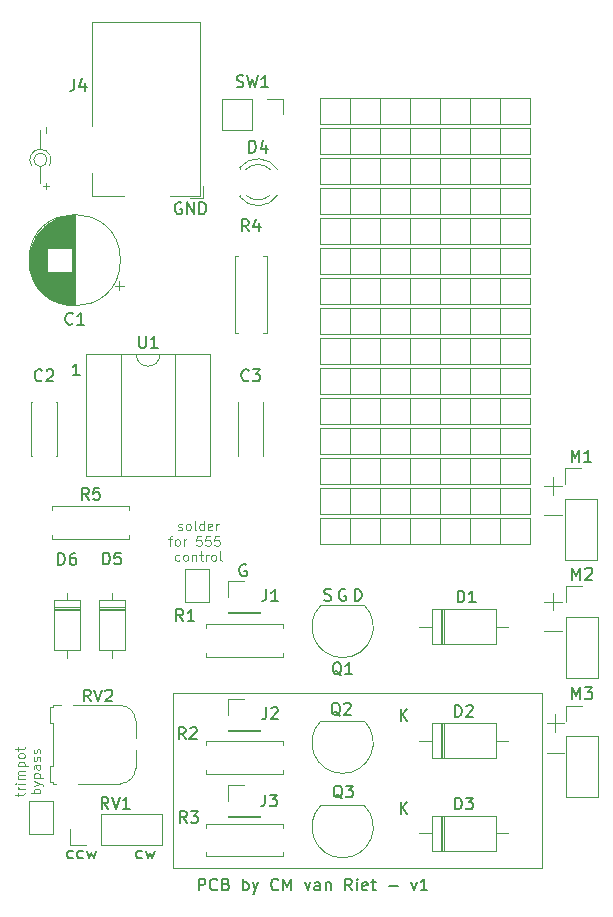
<source format=gbr>
G04 #@! TF.GenerationSoftware,KiCad,Pcbnew,(5.1.5)-3*
G04 #@! TF.CreationDate,2023-01-24T14:10:26+01:00*
G04 #@! TF.ProjectId,pump controller schematics,70756d70-2063-46f6-9e74-726f6c6c6572,rev?*
G04 #@! TF.SameCoordinates,Original*
G04 #@! TF.FileFunction,Legend,Top*
G04 #@! TF.FilePolarity,Positive*
%FSLAX46Y46*%
G04 Gerber Fmt 4.6, Leading zero omitted, Abs format (unit mm)*
G04 Created by KiCad (PCBNEW (5.1.5)-3) date 2023-01-24 14:10:26*
%MOMM*%
%LPD*%
G04 APERTURE LIST*
%ADD10C,0.100000*%
%ADD11C,0.150000*%
%ADD12C,0.120000*%
G04 APERTURE END LIST*
D10*
X1178571Y-62476190D02*
X1178571Y-62171428D01*
X911904Y-62361904D02*
X1597619Y-62361904D01*
X1673809Y-62323809D01*
X1711904Y-62247619D01*
X1711904Y-62171428D01*
X1711904Y-61904761D02*
X1178571Y-61904761D01*
X1330952Y-61904761D02*
X1254761Y-61866666D01*
X1216666Y-61828571D01*
X1178571Y-61752380D01*
X1178571Y-61676190D01*
X1711904Y-61409523D02*
X1178571Y-61409523D01*
X911904Y-61409523D02*
X950000Y-61447619D01*
X988095Y-61409523D01*
X950000Y-61371428D01*
X911904Y-61409523D01*
X988095Y-61409523D01*
X1711904Y-61028571D02*
X1178571Y-61028571D01*
X1254761Y-61028571D02*
X1216666Y-60990476D01*
X1178571Y-60914285D01*
X1178571Y-60800000D01*
X1216666Y-60723809D01*
X1292857Y-60685714D01*
X1711904Y-60685714D01*
X1292857Y-60685714D02*
X1216666Y-60647619D01*
X1178571Y-60571428D01*
X1178571Y-60457142D01*
X1216666Y-60380952D01*
X1292857Y-60342857D01*
X1711904Y-60342857D01*
X1178571Y-59961904D02*
X1978571Y-59961904D01*
X1216666Y-59961904D02*
X1178571Y-59885714D01*
X1178571Y-59733333D01*
X1216666Y-59657142D01*
X1254761Y-59619047D01*
X1330952Y-59580952D01*
X1559523Y-59580952D01*
X1635714Y-59619047D01*
X1673809Y-59657142D01*
X1711904Y-59733333D01*
X1711904Y-59885714D01*
X1673809Y-59961904D01*
X1711904Y-59123809D02*
X1673809Y-59200000D01*
X1635714Y-59238095D01*
X1559523Y-59276190D01*
X1330952Y-59276190D01*
X1254761Y-59238095D01*
X1216666Y-59200000D01*
X1178571Y-59123809D01*
X1178571Y-59009523D01*
X1216666Y-58933333D01*
X1254761Y-58895238D01*
X1330952Y-58857142D01*
X1559523Y-58857142D01*
X1635714Y-58895238D01*
X1673809Y-58933333D01*
X1711904Y-59009523D01*
X1711904Y-59123809D01*
X1178571Y-58628571D02*
X1178571Y-58323809D01*
X911904Y-58514285D02*
X1597619Y-58514285D01*
X1673809Y-58476190D01*
X1711904Y-58400000D01*
X1711904Y-58323809D01*
X3011904Y-62247619D02*
X2211904Y-62247619D01*
X2516666Y-62247619D02*
X2478571Y-62171428D01*
X2478571Y-62019047D01*
X2516666Y-61942857D01*
X2554761Y-61904761D01*
X2630952Y-61866666D01*
X2859523Y-61866666D01*
X2935714Y-61904761D01*
X2973809Y-61942857D01*
X3011904Y-62019047D01*
X3011904Y-62171428D01*
X2973809Y-62247619D01*
X2478571Y-61600000D02*
X3011904Y-61409523D01*
X2478571Y-61219047D02*
X3011904Y-61409523D01*
X3202380Y-61485714D01*
X3240476Y-61523809D01*
X3278571Y-61600000D01*
X2478571Y-60914285D02*
X3278571Y-60914285D01*
X2516666Y-60914285D02*
X2478571Y-60838095D01*
X2478571Y-60685714D01*
X2516666Y-60609523D01*
X2554761Y-60571428D01*
X2630952Y-60533333D01*
X2859523Y-60533333D01*
X2935714Y-60571428D01*
X2973809Y-60609523D01*
X3011904Y-60685714D01*
X3011904Y-60838095D01*
X2973809Y-60914285D01*
X3011904Y-59847619D02*
X2592857Y-59847619D01*
X2516666Y-59885714D01*
X2478571Y-59961904D01*
X2478571Y-60114285D01*
X2516666Y-60190476D01*
X2973809Y-59847619D02*
X3011904Y-59923809D01*
X3011904Y-60114285D01*
X2973809Y-60190476D01*
X2897619Y-60228571D01*
X2821428Y-60228571D01*
X2745238Y-60190476D01*
X2707142Y-60114285D01*
X2707142Y-59923809D01*
X2669047Y-59847619D01*
X2973809Y-59504761D02*
X3011904Y-59428571D01*
X3011904Y-59276190D01*
X2973809Y-59200000D01*
X2897619Y-59161904D01*
X2859523Y-59161904D01*
X2783333Y-59200000D01*
X2745238Y-59276190D01*
X2745238Y-59390476D01*
X2707142Y-59466666D01*
X2630952Y-59504761D01*
X2592857Y-59504761D01*
X2516666Y-59466666D01*
X2478571Y-59390476D01*
X2478571Y-59276190D01*
X2516666Y-59200000D01*
X2973809Y-58857142D02*
X3011904Y-58780952D01*
X3011904Y-58628571D01*
X2973809Y-58552380D01*
X2897619Y-58514285D01*
X2859523Y-58514285D01*
X2783333Y-58552380D01*
X2745238Y-58628571D01*
X2745238Y-58742857D01*
X2707142Y-58819047D01*
X2630952Y-58857142D01*
X2592857Y-58857142D01*
X2516666Y-58819047D01*
X2478571Y-58742857D01*
X2478571Y-58628571D01*
X2516666Y-58552380D01*
X14704761Y-39923809D02*
X14780952Y-39961904D01*
X14933333Y-39961904D01*
X15009523Y-39923809D01*
X15047619Y-39847619D01*
X15047619Y-39809523D01*
X15009523Y-39733333D01*
X14933333Y-39695238D01*
X14819047Y-39695238D01*
X14742857Y-39657142D01*
X14704761Y-39580952D01*
X14704761Y-39542857D01*
X14742857Y-39466666D01*
X14819047Y-39428571D01*
X14933333Y-39428571D01*
X15009523Y-39466666D01*
X15504761Y-39961904D02*
X15428571Y-39923809D01*
X15390476Y-39885714D01*
X15352380Y-39809523D01*
X15352380Y-39580952D01*
X15390476Y-39504761D01*
X15428571Y-39466666D01*
X15504761Y-39428571D01*
X15619047Y-39428571D01*
X15695238Y-39466666D01*
X15733333Y-39504761D01*
X15771428Y-39580952D01*
X15771428Y-39809523D01*
X15733333Y-39885714D01*
X15695238Y-39923809D01*
X15619047Y-39961904D01*
X15504761Y-39961904D01*
X16228571Y-39961904D02*
X16152380Y-39923809D01*
X16114285Y-39847619D01*
X16114285Y-39161904D01*
X16876190Y-39961904D02*
X16876190Y-39161904D01*
X16876190Y-39923809D02*
X16800000Y-39961904D01*
X16647619Y-39961904D01*
X16571428Y-39923809D01*
X16533333Y-39885714D01*
X16495238Y-39809523D01*
X16495238Y-39580952D01*
X16533333Y-39504761D01*
X16571428Y-39466666D01*
X16647619Y-39428571D01*
X16800000Y-39428571D01*
X16876190Y-39466666D01*
X17561904Y-39923809D02*
X17485714Y-39961904D01*
X17333333Y-39961904D01*
X17257142Y-39923809D01*
X17219047Y-39847619D01*
X17219047Y-39542857D01*
X17257142Y-39466666D01*
X17333333Y-39428571D01*
X17485714Y-39428571D01*
X17561904Y-39466666D01*
X17600000Y-39542857D01*
X17600000Y-39619047D01*
X17219047Y-39695238D01*
X17942857Y-39961904D02*
X17942857Y-39428571D01*
X17942857Y-39580952D02*
X17980952Y-39504761D01*
X18019047Y-39466666D01*
X18095238Y-39428571D01*
X18171428Y-39428571D01*
X13885714Y-40728571D02*
X14190476Y-40728571D01*
X14000000Y-41261904D02*
X14000000Y-40576190D01*
X14038095Y-40500000D01*
X14114285Y-40461904D01*
X14190476Y-40461904D01*
X14571428Y-41261904D02*
X14495238Y-41223809D01*
X14457142Y-41185714D01*
X14419047Y-41109523D01*
X14419047Y-40880952D01*
X14457142Y-40804761D01*
X14495238Y-40766666D01*
X14571428Y-40728571D01*
X14685714Y-40728571D01*
X14761904Y-40766666D01*
X14800000Y-40804761D01*
X14838095Y-40880952D01*
X14838095Y-41109523D01*
X14800000Y-41185714D01*
X14761904Y-41223809D01*
X14685714Y-41261904D01*
X14571428Y-41261904D01*
X15180952Y-41261904D02*
X15180952Y-40728571D01*
X15180952Y-40880952D02*
X15219047Y-40804761D01*
X15257142Y-40766666D01*
X15333333Y-40728571D01*
X15409523Y-40728571D01*
X16666666Y-40461904D02*
X16285714Y-40461904D01*
X16247619Y-40842857D01*
X16285714Y-40804761D01*
X16361904Y-40766666D01*
X16552380Y-40766666D01*
X16628571Y-40804761D01*
X16666666Y-40842857D01*
X16704761Y-40919047D01*
X16704761Y-41109523D01*
X16666666Y-41185714D01*
X16628571Y-41223809D01*
X16552380Y-41261904D01*
X16361904Y-41261904D01*
X16285714Y-41223809D01*
X16247619Y-41185714D01*
X17428571Y-40461904D02*
X17047619Y-40461904D01*
X17009523Y-40842857D01*
X17047619Y-40804761D01*
X17123809Y-40766666D01*
X17314285Y-40766666D01*
X17390476Y-40804761D01*
X17428571Y-40842857D01*
X17466666Y-40919047D01*
X17466666Y-41109523D01*
X17428571Y-41185714D01*
X17390476Y-41223809D01*
X17314285Y-41261904D01*
X17123809Y-41261904D01*
X17047619Y-41223809D01*
X17009523Y-41185714D01*
X18190476Y-40461904D02*
X17809523Y-40461904D01*
X17771428Y-40842857D01*
X17809523Y-40804761D01*
X17885714Y-40766666D01*
X18076190Y-40766666D01*
X18152380Y-40804761D01*
X18190476Y-40842857D01*
X18228571Y-40919047D01*
X18228571Y-41109523D01*
X18190476Y-41185714D01*
X18152380Y-41223809D01*
X18076190Y-41261904D01*
X17885714Y-41261904D01*
X17809523Y-41223809D01*
X17771428Y-41185714D01*
X14819047Y-42523809D02*
X14742857Y-42561904D01*
X14590476Y-42561904D01*
X14514285Y-42523809D01*
X14476190Y-42485714D01*
X14438095Y-42409523D01*
X14438095Y-42180952D01*
X14476190Y-42104761D01*
X14514285Y-42066666D01*
X14590476Y-42028571D01*
X14742857Y-42028571D01*
X14819047Y-42066666D01*
X15276190Y-42561904D02*
X15200000Y-42523809D01*
X15161904Y-42485714D01*
X15123809Y-42409523D01*
X15123809Y-42180952D01*
X15161904Y-42104761D01*
X15200000Y-42066666D01*
X15276190Y-42028571D01*
X15390476Y-42028571D01*
X15466666Y-42066666D01*
X15504761Y-42104761D01*
X15542857Y-42180952D01*
X15542857Y-42409523D01*
X15504761Y-42485714D01*
X15466666Y-42523809D01*
X15390476Y-42561904D01*
X15276190Y-42561904D01*
X15885714Y-42028571D02*
X15885714Y-42561904D01*
X15885714Y-42104761D02*
X15923809Y-42066666D01*
X16000000Y-42028571D01*
X16114285Y-42028571D01*
X16190476Y-42066666D01*
X16228571Y-42142857D01*
X16228571Y-42561904D01*
X16495238Y-42028571D02*
X16800000Y-42028571D01*
X16609523Y-41761904D02*
X16609523Y-42447619D01*
X16647619Y-42523809D01*
X16723809Y-42561904D01*
X16800000Y-42561904D01*
X17066666Y-42561904D02*
X17066666Y-42028571D01*
X17066666Y-42180952D02*
X17104761Y-42104761D01*
X17142857Y-42066666D01*
X17219047Y-42028571D01*
X17295238Y-42028571D01*
X17676190Y-42561904D02*
X17600000Y-42523809D01*
X17561904Y-42485714D01*
X17523809Y-42409523D01*
X17523809Y-42180952D01*
X17561904Y-42104761D01*
X17600000Y-42066666D01*
X17676190Y-42028571D01*
X17790476Y-42028571D01*
X17866666Y-42066666D01*
X17904761Y-42104761D01*
X17942857Y-42180952D01*
X17942857Y-42409523D01*
X17904761Y-42485714D01*
X17866666Y-42523809D01*
X17790476Y-42561904D01*
X17676190Y-42561904D01*
X18400000Y-42561904D02*
X18323809Y-42523809D01*
X18285714Y-42447619D01*
X18285714Y-41761904D01*
D11*
X20461904Y-42900000D02*
X20366666Y-42852380D01*
X20223809Y-42852380D01*
X20080952Y-42900000D01*
X19985714Y-42995238D01*
X19938095Y-43090476D01*
X19890476Y-43280952D01*
X19890476Y-43423809D01*
X19938095Y-43614285D01*
X19985714Y-43709523D01*
X20080952Y-43804761D01*
X20223809Y-43852380D01*
X20319047Y-43852380D01*
X20461904Y-43804761D01*
X20509523Y-43757142D01*
X20509523Y-43423809D01*
X20319047Y-43423809D01*
D12*
X45900000Y-58800000D02*
X47400000Y-58800000D01*
X46650000Y-55550000D02*
X46650000Y-57050000D01*
X45900000Y-56300000D02*
X47400000Y-56300000D01*
X45700000Y-38700000D02*
X47200000Y-38700000D01*
X46450000Y-35450000D02*
X46450000Y-36950000D01*
X45700000Y-36200000D02*
X47200000Y-36200000D01*
X14300000Y-68600000D02*
X14300000Y-53775000D01*
X45500000Y-68600000D02*
X14300000Y-68600000D01*
X45500000Y-53775000D02*
X45500000Y-68600000D01*
X14300000Y-53775000D02*
X45500000Y-53775000D01*
D11*
X11614285Y-67704761D02*
X11519047Y-67752380D01*
X11328571Y-67752380D01*
X11233333Y-67704761D01*
X11185714Y-67657142D01*
X11138095Y-67561904D01*
X11138095Y-67276190D01*
X11185714Y-67180952D01*
X11233333Y-67133333D01*
X11328571Y-67085714D01*
X11519047Y-67085714D01*
X11614285Y-67133333D01*
X11947619Y-67085714D02*
X12138095Y-67752380D01*
X12328571Y-67276190D01*
X12519047Y-67752380D01*
X12709523Y-67085714D01*
X5785714Y-67704761D02*
X5690476Y-67752380D01*
X5500000Y-67752380D01*
X5404761Y-67704761D01*
X5357142Y-67657142D01*
X5309523Y-67561904D01*
X5309523Y-67276190D01*
X5357142Y-67180952D01*
X5404761Y-67133333D01*
X5500000Y-67085714D01*
X5690476Y-67085714D01*
X5785714Y-67133333D01*
X6642857Y-67704761D02*
X6547619Y-67752380D01*
X6357142Y-67752380D01*
X6261904Y-67704761D01*
X6214285Y-67657142D01*
X6166666Y-67561904D01*
X6166666Y-67276190D01*
X6214285Y-67180952D01*
X6261904Y-67133333D01*
X6357142Y-67085714D01*
X6547619Y-67085714D01*
X6642857Y-67133333D01*
X6976190Y-67085714D02*
X7166666Y-67752380D01*
X7357142Y-67276190D01*
X7547619Y-67752380D01*
X7738095Y-67085714D01*
X27089285Y-45879761D02*
X27232142Y-45927380D01*
X27470238Y-45927380D01*
X27565476Y-45879761D01*
X27613095Y-45832142D01*
X27660714Y-45736904D01*
X27660714Y-45641666D01*
X27613095Y-45546428D01*
X27565476Y-45498809D01*
X27470238Y-45451190D01*
X27279761Y-45403571D01*
X27184523Y-45355952D01*
X27136904Y-45308333D01*
X27089285Y-45213095D01*
X27089285Y-45117857D01*
X27136904Y-45022619D01*
X27184523Y-44975000D01*
X27279761Y-44927380D01*
X27517857Y-44927380D01*
X27660714Y-44975000D01*
X16433333Y-70452380D02*
X16433333Y-69452380D01*
X16814285Y-69452380D01*
X16909523Y-69500000D01*
X16957142Y-69547619D01*
X17004761Y-69642857D01*
X17004761Y-69785714D01*
X16957142Y-69880952D01*
X16909523Y-69928571D01*
X16814285Y-69976190D01*
X16433333Y-69976190D01*
X18004761Y-70357142D02*
X17957142Y-70404761D01*
X17814285Y-70452380D01*
X17719047Y-70452380D01*
X17576190Y-70404761D01*
X17480952Y-70309523D01*
X17433333Y-70214285D01*
X17385714Y-70023809D01*
X17385714Y-69880952D01*
X17433333Y-69690476D01*
X17480952Y-69595238D01*
X17576190Y-69500000D01*
X17719047Y-69452380D01*
X17814285Y-69452380D01*
X17957142Y-69500000D01*
X18004761Y-69547619D01*
X18766666Y-69928571D02*
X18909523Y-69976190D01*
X18957142Y-70023809D01*
X19004761Y-70119047D01*
X19004761Y-70261904D01*
X18957142Y-70357142D01*
X18909523Y-70404761D01*
X18814285Y-70452380D01*
X18433333Y-70452380D01*
X18433333Y-69452380D01*
X18766666Y-69452380D01*
X18861904Y-69500000D01*
X18909523Y-69547619D01*
X18957142Y-69642857D01*
X18957142Y-69738095D01*
X18909523Y-69833333D01*
X18861904Y-69880952D01*
X18766666Y-69928571D01*
X18433333Y-69928571D01*
X20195238Y-70452380D02*
X20195238Y-69452380D01*
X20195238Y-69833333D02*
X20290476Y-69785714D01*
X20480952Y-69785714D01*
X20576190Y-69833333D01*
X20623809Y-69880952D01*
X20671428Y-69976190D01*
X20671428Y-70261904D01*
X20623809Y-70357142D01*
X20576190Y-70404761D01*
X20480952Y-70452380D01*
X20290476Y-70452380D01*
X20195238Y-70404761D01*
X21004761Y-69785714D02*
X21242857Y-70452380D01*
X21480952Y-69785714D02*
X21242857Y-70452380D01*
X21147619Y-70690476D01*
X21100000Y-70738095D01*
X21004761Y-70785714D01*
X23195238Y-70357142D02*
X23147619Y-70404761D01*
X23004761Y-70452380D01*
X22909523Y-70452380D01*
X22766666Y-70404761D01*
X22671428Y-70309523D01*
X22623809Y-70214285D01*
X22576190Y-70023809D01*
X22576190Y-69880952D01*
X22623809Y-69690476D01*
X22671428Y-69595238D01*
X22766666Y-69500000D01*
X22909523Y-69452380D01*
X23004761Y-69452380D01*
X23147619Y-69500000D01*
X23195238Y-69547619D01*
X23623809Y-70452380D02*
X23623809Y-69452380D01*
X23957142Y-70166666D01*
X24290476Y-69452380D01*
X24290476Y-70452380D01*
X25433333Y-69785714D02*
X25671428Y-70452380D01*
X25909523Y-69785714D01*
X26719047Y-70452380D02*
X26719047Y-69928571D01*
X26671428Y-69833333D01*
X26576190Y-69785714D01*
X26385714Y-69785714D01*
X26290476Y-69833333D01*
X26719047Y-70404761D02*
X26623809Y-70452380D01*
X26385714Y-70452380D01*
X26290476Y-70404761D01*
X26242857Y-70309523D01*
X26242857Y-70214285D01*
X26290476Y-70119047D01*
X26385714Y-70071428D01*
X26623809Y-70071428D01*
X26719047Y-70023809D01*
X27195238Y-69785714D02*
X27195238Y-70452380D01*
X27195238Y-69880952D02*
X27242857Y-69833333D01*
X27338095Y-69785714D01*
X27480952Y-69785714D01*
X27576190Y-69833333D01*
X27623809Y-69928571D01*
X27623809Y-70452380D01*
X29433333Y-70452380D02*
X29099999Y-69976190D01*
X28861904Y-70452380D02*
X28861904Y-69452380D01*
X29242857Y-69452380D01*
X29338095Y-69500000D01*
X29385714Y-69547619D01*
X29433333Y-69642857D01*
X29433333Y-69785714D01*
X29385714Y-69880952D01*
X29338095Y-69928571D01*
X29242857Y-69976190D01*
X28861904Y-69976190D01*
X29861904Y-70452380D02*
X29861904Y-69785714D01*
X29861904Y-69452380D02*
X29814285Y-69500000D01*
X29861904Y-69547619D01*
X29909523Y-69500000D01*
X29861904Y-69452380D01*
X29861904Y-69547619D01*
X30719047Y-70404761D02*
X30623809Y-70452380D01*
X30433333Y-70452380D01*
X30338095Y-70404761D01*
X30290476Y-70309523D01*
X30290476Y-69928571D01*
X30338095Y-69833333D01*
X30433333Y-69785714D01*
X30623809Y-69785714D01*
X30719047Y-69833333D01*
X30766666Y-69928571D01*
X30766666Y-70023809D01*
X30290476Y-70119047D01*
X31052380Y-69785714D02*
X31433333Y-69785714D01*
X31195238Y-69452380D02*
X31195238Y-70309523D01*
X31242857Y-70404761D01*
X31338095Y-70452380D01*
X31433333Y-70452380D01*
X32528571Y-70071428D02*
X33290476Y-70071428D01*
X34433333Y-69785714D02*
X34671428Y-70452380D01*
X34909523Y-69785714D01*
X35814285Y-70452380D02*
X35242857Y-70452380D01*
X35528571Y-70452380D02*
X35528571Y-69452380D01*
X35433333Y-69595238D01*
X35338095Y-69690476D01*
X35242857Y-69738095D01*
D12*
X3550000Y-5850000D02*
X3550000Y-6350000D01*
X3609017Y-8600000D02*
G75*
G03X3609017Y-8600000I-559017J0D01*
G01*
X3050000Y-9159016D02*
X3050000Y-10600000D01*
X3300000Y-10850000D02*
X3800000Y-10850000D01*
X3550000Y-10600000D02*
X3550000Y-11100000D01*
X3799998Y-9099999D02*
G75*
G03X2300001Y-9099999I-749998J499999D01*
G01*
X3050000Y-7700000D02*
X3050000Y-6100000D01*
D11*
X29663095Y-45927380D02*
X29663095Y-44927380D01*
X29901190Y-44927380D01*
X30044047Y-44975000D01*
X30139285Y-45070238D01*
X30186904Y-45165476D01*
X30234523Y-45355952D01*
X30234523Y-45498809D01*
X30186904Y-45689285D01*
X30139285Y-45784523D01*
X30044047Y-45879761D01*
X29901190Y-45927380D01*
X29663095Y-45927380D01*
X28861904Y-44975000D02*
X28766666Y-44927380D01*
X28623809Y-44927380D01*
X28480952Y-44975000D01*
X28385714Y-45070238D01*
X28338095Y-45165476D01*
X28290476Y-45355952D01*
X28290476Y-45498809D01*
X28338095Y-45689285D01*
X28385714Y-45784523D01*
X28480952Y-45879761D01*
X28623809Y-45927380D01*
X28719047Y-45927380D01*
X28861904Y-45879761D01*
X28909523Y-45832142D01*
X28909523Y-45498809D01*
X28719047Y-45498809D01*
X6385714Y-26852380D02*
X5814285Y-26852380D01*
X6100000Y-26852380D02*
X6100000Y-25852380D01*
X6004761Y-25995238D01*
X5909523Y-26090476D01*
X5814285Y-26138095D01*
D12*
X45700000Y-48500000D02*
X47200000Y-48500000D01*
X45700000Y-46000000D02*
X47200000Y-46000000D01*
X46450000Y-45250000D02*
X46450000Y-46750000D01*
D11*
X14988095Y-12250000D02*
X14892857Y-12202380D01*
X14750000Y-12202380D01*
X14607142Y-12250000D01*
X14511904Y-12345238D01*
X14464285Y-12440476D01*
X14416666Y-12630952D01*
X14416666Y-12773809D01*
X14464285Y-12964285D01*
X14511904Y-13059523D01*
X14607142Y-13154761D01*
X14750000Y-13202380D01*
X14845238Y-13202380D01*
X14988095Y-13154761D01*
X15035714Y-13107142D01*
X15035714Y-12773809D01*
X14845238Y-12773809D01*
X15464285Y-13202380D02*
X15464285Y-12202380D01*
X16035714Y-13202380D01*
X16035714Y-12202380D01*
X16511904Y-13202380D02*
X16511904Y-12202380D01*
X16750000Y-12202380D01*
X16892857Y-12250000D01*
X16988095Y-12345238D01*
X17035714Y-12440476D01*
X17083333Y-12630952D01*
X17083333Y-12773809D01*
X17035714Y-12964285D01*
X16988095Y-13059523D01*
X16892857Y-13154761D01*
X16750000Y-13202380D01*
X16511904Y-13202380D01*
D12*
X4100000Y-65650000D02*
X2100000Y-65650000D01*
X4100000Y-62850000D02*
X4100000Y-65650000D01*
X2100000Y-62850000D02*
X4100000Y-62850000D01*
X2100000Y-65650000D02*
X2100000Y-62850000D01*
X9717211Y-19650000D02*
X9717211Y-18900000D01*
X10092211Y-19275000D02*
X9342211Y-19275000D01*
X2109000Y-17541000D02*
X2109000Y-16659000D01*
X2149000Y-17793000D02*
X2149000Y-16407000D01*
X2189000Y-17977000D02*
X2189000Y-16223000D01*
X2229000Y-18128000D02*
X2229000Y-16072000D01*
X2269000Y-18258000D02*
X2269000Y-15942000D01*
X2309000Y-18375000D02*
X2309000Y-15825000D01*
X2349000Y-18481000D02*
X2349000Y-15719000D01*
X2389000Y-18578000D02*
X2389000Y-15622000D01*
X2429000Y-18669000D02*
X2429000Y-15531000D01*
X2469000Y-18754000D02*
X2469000Y-15446000D01*
X2509000Y-18833000D02*
X2509000Y-15367000D01*
X2549000Y-18909000D02*
X2549000Y-15291000D01*
X2589000Y-18981000D02*
X2589000Y-15219000D01*
X2629000Y-19049000D02*
X2629000Y-15151000D01*
X2669000Y-19114000D02*
X2669000Y-15086000D01*
X2709000Y-19177000D02*
X2709000Y-15023000D01*
X2749000Y-19237000D02*
X2749000Y-14963000D01*
X2789000Y-19295000D02*
X2789000Y-14905000D01*
X2829000Y-19350000D02*
X2829000Y-14850000D01*
X2869000Y-19404000D02*
X2869000Y-14796000D01*
X2909000Y-19455000D02*
X2909000Y-14745000D01*
X2949000Y-19505000D02*
X2949000Y-14695000D01*
X2989000Y-19554000D02*
X2989000Y-14646000D01*
X3029000Y-19600000D02*
X3029000Y-14600000D01*
X3069000Y-19646000D02*
X3069000Y-14554000D01*
X3109000Y-19689000D02*
X3109000Y-14511000D01*
X3149000Y-19732000D02*
X3149000Y-14468000D01*
X3189000Y-19773000D02*
X3189000Y-14427000D01*
X3229000Y-19813000D02*
X3229000Y-14387000D01*
X3269000Y-19852000D02*
X3269000Y-14348000D01*
X3309000Y-19890000D02*
X3309000Y-14310000D01*
X3349000Y-19927000D02*
X3349000Y-14273000D01*
X3389000Y-19963000D02*
X3389000Y-14237000D01*
X3429000Y-19998000D02*
X3429000Y-14202000D01*
X3469000Y-20031000D02*
X3469000Y-14169000D01*
X3509000Y-20064000D02*
X3509000Y-14136000D01*
X3549000Y-20096000D02*
X3549000Y-14104000D01*
X3589000Y-20128000D02*
X3589000Y-14072000D01*
X3629000Y-20158000D02*
X3629000Y-14042000D01*
X3669000Y-16060000D02*
X3669000Y-14012000D01*
X3669000Y-20188000D02*
X3669000Y-18140000D01*
X3709000Y-16060000D02*
X3709000Y-13984000D01*
X3709000Y-20216000D02*
X3709000Y-18140000D01*
X3749000Y-16060000D02*
X3749000Y-13956000D01*
X3749000Y-20244000D02*
X3749000Y-18140000D01*
X3789000Y-16060000D02*
X3789000Y-13928000D01*
X3789000Y-20272000D02*
X3789000Y-18140000D01*
X3829000Y-16060000D02*
X3829000Y-13902000D01*
X3829000Y-20298000D02*
X3829000Y-18140000D01*
X3869000Y-16060000D02*
X3869000Y-13876000D01*
X3869000Y-20324000D02*
X3869000Y-18140000D01*
X3909000Y-16060000D02*
X3909000Y-13851000D01*
X3909000Y-20349000D02*
X3909000Y-18140000D01*
X3949000Y-16060000D02*
X3949000Y-13826000D01*
X3949000Y-20374000D02*
X3949000Y-18140000D01*
X3989000Y-16060000D02*
X3989000Y-13803000D01*
X3989000Y-20397000D02*
X3989000Y-18140000D01*
X4029000Y-16060000D02*
X4029000Y-13779000D01*
X4029000Y-20421000D02*
X4029000Y-18140000D01*
X4069000Y-16060000D02*
X4069000Y-13757000D01*
X4069000Y-20443000D02*
X4069000Y-18140000D01*
X4109000Y-16060000D02*
X4109000Y-13735000D01*
X4109000Y-20465000D02*
X4109000Y-18140000D01*
X4149000Y-16060000D02*
X4149000Y-13714000D01*
X4149000Y-20486000D02*
X4149000Y-18140000D01*
X4189000Y-16060000D02*
X4189000Y-13693000D01*
X4189000Y-20507000D02*
X4189000Y-18140000D01*
X4229000Y-16060000D02*
X4229000Y-13673000D01*
X4229000Y-20527000D02*
X4229000Y-18140000D01*
X4269000Y-16060000D02*
X4269000Y-13653000D01*
X4269000Y-20547000D02*
X4269000Y-18140000D01*
X4309000Y-16060000D02*
X4309000Y-13634000D01*
X4309000Y-20566000D02*
X4309000Y-18140000D01*
X4349000Y-16060000D02*
X4349000Y-13616000D01*
X4349000Y-20584000D02*
X4349000Y-18140000D01*
X4389000Y-16060000D02*
X4389000Y-13598000D01*
X4389000Y-20602000D02*
X4389000Y-18140000D01*
X4429000Y-16060000D02*
X4429000Y-13580000D01*
X4429000Y-20620000D02*
X4429000Y-18140000D01*
X4469000Y-16060000D02*
X4469000Y-13564000D01*
X4469000Y-20636000D02*
X4469000Y-18140000D01*
X4509000Y-16060000D02*
X4509000Y-13547000D01*
X4509000Y-20653000D02*
X4509000Y-18140000D01*
X4549000Y-16060000D02*
X4549000Y-13532000D01*
X4549000Y-20668000D02*
X4549000Y-18140000D01*
X4589000Y-16060000D02*
X4589000Y-13516000D01*
X4589000Y-20684000D02*
X4589000Y-18140000D01*
X4629000Y-16060000D02*
X4629000Y-13502000D01*
X4629000Y-20698000D02*
X4629000Y-18140000D01*
X4669000Y-16060000D02*
X4669000Y-13487000D01*
X4669000Y-20713000D02*
X4669000Y-18140000D01*
X4709000Y-16060000D02*
X4709000Y-13474000D01*
X4709000Y-20726000D02*
X4709000Y-18140000D01*
X4749000Y-16060000D02*
X4749000Y-13460000D01*
X4749000Y-20740000D02*
X4749000Y-18140000D01*
X4789000Y-16060000D02*
X4789000Y-13447000D01*
X4789000Y-20753000D02*
X4789000Y-18140000D01*
X4829000Y-16060000D02*
X4829000Y-13435000D01*
X4829000Y-20765000D02*
X4829000Y-18140000D01*
X4869000Y-16060000D02*
X4869000Y-13423000D01*
X4869000Y-20777000D02*
X4869000Y-18140000D01*
X4909000Y-16060000D02*
X4909000Y-13412000D01*
X4909000Y-20788000D02*
X4909000Y-18140000D01*
X4949000Y-16060000D02*
X4949000Y-13401000D01*
X4949000Y-20799000D02*
X4949000Y-18140000D01*
X4989000Y-16060000D02*
X4989000Y-13390000D01*
X4989000Y-20810000D02*
X4989000Y-18140000D01*
X5029000Y-16060000D02*
X5029000Y-13380000D01*
X5029000Y-20820000D02*
X5029000Y-18140000D01*
X5069000Y-16060000D02*
X5069000Y-13371000D01*
X5069000Y-20829000D02*
X5069000Y-18140000D01*
X5109000Y-16060000D02*
X5109000Y-13362000D01*
X5109000Y-20838000D02*
X5109000Y-18140000D01*
X5149000Y-16060000D02*
X5149000Y-13353000D01*
X5149000Y-20847000D02*
X5149000Y-18140000D01*
X5189000Y-16060000D02*
X5189000Y-13345000D01*
X5189000Y-20855000D02*
X5189000Y-18140000D01*
X5229000Y-16060000D02*
X5229000Y-13337000D01*
X5229000Y-20863000D02*
X5229000Y-18140000D01*
X5270000Y-16060000D02*
X5270000Y-13330000D01*
X5270000Y-20870000D02*
X5270000Y-18140000D01*
X5310000Y-16060000D02*
X5310000Y-13323000D01*
X5310000Y-20877000D02*
X5310000Y-18140000D01*
X5350000Y-16060000D02*
X5350000Y-13316000D01*
X5350000Y-20884000D02*
X5350000Y-18140000D01*
X5390000Y-16060000D02*
X5390000Y-13310000D01*
X5390000Y-20890000D02*
X5390000Y-18140000D01*
X5430000Y-16060000D02*
X5430000Y-13305000D01*
X5430000Y-20895000D02*
X5430000Y-18140000D01*
X5470000Y-16060000D02*
X5470000Y-13299000D01*
X5470000Y-20901000D02*
X5470000Y-18140000D01*
X5510000Y-16060000D02*
X5510000Y-13295000D01*
X5510000Y-20905000D02*
X5510000Y-18140000D01*
X5550000Y-16060000D02*
X5550000Y-13290000D01*
X5550000Y-20910000D02*
X5550000Y-18140000D01*
X5590000Y-16060000D02*
X5590000Y-13286000D01*
X5590000Y-20914000D02*
X5590000Y-18140000D01*
X5630000Y-16060000D02*
X5630000Y-13283000D01*
X5630000Y-20917000D02*
X5630000Y-18140000D01*
X5670000Y-16060000D02*
X5670000Y-13280000D01*
X5670000Y-20920000D02*
X5670000Y-18140000D01*
X5710000Y-16060000D02*
X5710000Y-13277000D01*
X5710000Y-20923000D02*
X5710000Y-18140000D01*
X5750000Y-20925000D02*
X5750000Y-13275000D01*
X5790000Y-20927000D02*
X5790000Y-13273000D01*
X5830000Y-20929000D02*
X5830000Y-13271000D01*
X5870000Y-20930000D02*
X5870000Y-13270000D01*
X5910000Y-20930000D02*
X5910000Y-13270000D01*
X5950000Y-20930000D02*
X5950000Y-13270000D01*
X9820000Y-17100000D02*
G75*
G03X9820000Y-17100000I-3870000J0D01*
G01*
X3890000Y-61310000D02*
X3890000Y-59890000D01*
X4090000Y-59890000D02*
X4090000Y-56310000D01*
X4090000Y-56310000D02*
X3890000Y-56310000D01*
X3890000Y-56310000D02*
X3890000Y-54890000D01*
X3890000Y-54890000D02*
X4090000Y-54890000D01*
X11110000Y-58610000D02*
X11110000Y-60100000D01*
X9800000Y-61410000D02*
X6260000Y-61410000D01*
X5820000Y-54790000D02*
X9800000Y-54790000D01*
X11110000Y-56100000D02*
X11110000Y-57590000D01*
X11110000Y-60100000D02*
G75*
G02X9800000Y-61410000I-1310000J0D01*
G01*
X9800000Y-54790000D02*
G75*
G02X11110000Y-56100000I0J-1310000D01*
G01*
X4090000Y-59890000D02*
X3890000Y-59890000D01*
X3890000Y-61310000D02*
X4090000Y-61310000D01*
X4090000Y-61310000D02*
X4090000Y-61410000D01*
X4090000Y-61410000D02*
X4340000Y-61410000D01*
X4090000Y-54890000D02*
X4090000Y-54790000D01*
X4090000Y-54790000D02*
X4780000Y-54790000D01*
X30430000Y-46300000D02*
X26830000Y-46300000D01*
X30468478Y-46311522D02*
G75*
G02X28630000Y-50750000I-1838478J-1838478D01*
G01*
X26791522Y-46311522D02*
G75*
G03X28630000Y-50750000I1838478J-1838478D01*
G01*
X18970000Y-44270000D02*
X20300000Y-44270000D01*
X18970000Y-45600000D02*
X18970000Y-44270000D01*
X18970000Y-46870000D02*
X21630000Y-46870000D01*
X21630000Y-46870000D02*
X21630000Y-46930000D01*
X18970000Y-46870000D02*
X18970000Y-46930000D01*
X18970000Y-46930000D02*
X21630000Y-46930000D01*
X18970000Y-61570000D02*
X20300000Y-61570000D01*
X18970000Y-62900000D02*
X18970000Y-61570000D01*
X18970000Y-64170000D02*
X21630000Y-64170000D01*
X21630000Y-64170000D02*
X21630000Y-64230000D01*
X18970000Y-64170000D02*
X18970000Y-64230000D01*
X18970000Y-64230000D02*
X21630000Y-64230000D01*
X18970000Y-54270000D02*
X20300000Y-54270000D01*
X18970000Y-55600000D02*
X18970000Y-54270000D01*
X18970000Y-56870000D02*
X21630000Y-56870000D01*
X21630000Y-56870000D02*
X21630000Y-56930000D01*
X18970000Y-56870000D02*
X18970000Y-56930000D01*
X18970000Y-56930000D02*
X21630000Y-56930000D01*
X23580000Y-67570000D02*
X23580000Y-67240000D01*
X17040000Y-67570000D02*
X23580000Y-67570000D01*
X17040000Y-67240000D02*
X17040000Y-67570000D01*
X23580000Y-64830000D02*
X23580000Y-65160000D01*
X17040000Y-64830000D02*
X23580000Y-64830000D01*
X17040000Y-65160000D02*
X17040000Y-64830000D01*
X23580000Y-60570000D02*
X23580000Y-60240000D01*
X17040000Y-60570000D02*
X23580000Y-60570000D01*
X17040000Y-60240000D02*
X17040000Y-60570000D01*
X23580000Y-57830000D02*
X23580000Y-58160000D01*
X17040000Y-57830000D02*
X23580000Y-57830000D01*
X17040000Y-58160000D02*
X17040000Y-57830000D01*
X30430000Y-63250000D02*
X26830000Y-63250000D01*
X30468478Y-63261522D02*
G75*
G02X28630000Y-67700000I-1838478J-1838478D01*
G01*
X26791522Y-63261522D02*
G75*
G03X28630000Y-67700000I1838478J-1838478D01*
G01*
X30430000Y-56100000D02*
X26830000Y-56100000D01*
X30468478Y-56111522D02*
G75*
G02X28630000Y-60550000I-1838478J-1838478D01*
G01*
X26791522Y-56111522D02*
G75*
G03X28630000Y-60550000I1838478J-1838478D01*
G01*
X47570000Y-54820000D02*
X48900000Y-54820000D01*
X47570000Y-56150000D02*
X47570000Y-54820000D01*
X47570000Y-57420000D02*
X50230000Y-57420000D01*
X50230000Y-57420000D02*
X50230000Y-62560000D01*
X47570000Y-57420000D02*
X47570000Y-62560000D01*
X47570000Y-62560000D02*
X50230000Y-62560000D01*
X47570000Y-44695000D02*
X48900000Y-44695000D01*
X47570000Y-46025000D02*
X47570000Y-44695000D01*
X47570000Y-47295000D02*
X50230000Y-47295000D01*
X50230000Y-47295000D02*
X50230000Y-52435000D01*
X47570000Y-47295000D02*
X47570000Y-52435000D01*
X47570000Y-52435000D02*
X50230000Y-52435000D01*
X36940000Y-64155000D02*
X36940000Y-67095000D01*
X37180000Y-64155000D02*
X37180000Y-67095000D01*
X37060000Y-64155000D02*
X37060000Y-67095000D01*
X42620000Y-65625000D02*
X41600000Y-65625000D01*
X35140000Y-65625000D02*
X36160000Y-65625000D01*
X41600000Y-64155000D02*
X36160000Y-64155000D01*
X41600000Y-67095000D02*
X41600000Y-64155000D01*
X36160000Y-67095000D02*
X41600000Y-67095000D01*
X36160000Y-64155000D02*
X36160000Y-67095000D01*
X36940000Y-56305000D02*
X36940000Y-59245000D01*
X37180000Y-56305000D02*
X37180000Y-59245000D01*
X37060000Y-56305000D02*
X37060000Y-59245000D01*
X42620000Y-57775000D02*
X41600000Y-57775000D01*
X35140000Y-57775000D02*
X36160000Y-57775000D01*
X41600000Y-56305000D02*
X36160000Y-56305000D01*
X41600000Y-59245000D02*
X41600000Y-56305000D01*
X36160000Y-59245000D02*
X41600000Y-59245000D01*
X36160000Y-56305000D02*
X36160000Y-59245000D01*
X15300000Y-46050000D02*
X15300000Y-43250000D01*
X15300000Y-43250000D02*
X17300000Y-43250000D01*
X17300000Y-43250000D02*
X17300000Y-46050000D01*
X17300000Y-46050000D02*
X15300000Y-46050000D01*
X41940000Y-38960000D02*
X41940000Y-40660000D01*
X41940000Y-40660000D02*
X41940000Y-41160000D01*
X41940000Y-41160000D02*
X44540000Y-41160000D01*
X44540000Y-41160000D02*
X44540000Y-38960000D01*
X44540000Y-38960000D02*
X41940000Y-38960000D01*
X39400000Y-38960000D02*
X39400000Y-40660000D01*
X39400000Y-40660000D02*
X39400000Y-41160000D01*
X39400000Y-41160000D02*
X42000000Y-41160000D01*
X42000000Y-41160000D02*
X42000000Y-38960000D01*
X42000000Y-38960000D02*
X39400000Y-38960000D01*
X36860000Y-38960000D02*
X36860000Y-40660000D01*
X36860000Y-40660000D02*
X36860000Y-41160000D01*
X36860000Y-41160000D02*
X39460000Y-41160000D01*
X39460000Y-41160000D02*
X39460000Y-38960000D01*
X39460000Y-38960000D02*
X36860000Y-38960000D01*
X34320000Y-38960000D02*
X34320000Y-40660000D01*
X34320000Y-40660000D02*
X34320000Y-41160000D01*
X34320000Y-41160000D02*
X36920000Y-41160000D01*
X36920000Y-41160000D02*
X36920000Y-38960000D01*
X36920000Y-38960000D02*
X34320000Y-38960000D01*
X31780000Y-38960000D02*
X31780000Y-40660000D01*
X31780000Y-40660000D02*
X31780000Y-41160000D01*
X31780000Y-41160000D02*
X34380000Y-41160000D01*
X34380000Y-41160000D02*
X34380000Y-38960000D01*
X34380000Y-38960000D02*
X31780000Y-38960000D01*
X29240000Y-38960000D02*
X29240000Y-40660000D01*
X29240000Y-40660000D02*
X29240000Y-41160000D01*
X29240000Y-41160000D02*
X31840000Y-41160000D01*
X31840000Y-41160000D02*
X31840000Y-38960000D01*
X31840000Y-38960000D02*
X29240000Y-38960000D01*
X26700000Y-38960000D02*
X26700000Y-40660000D01*
X26700000Y-40660000D02*
X26700000Y-41160000D01*
X26700000Y-41160000D02*
X29300000Y-41160000D01*
X29300000Y-41160000D02*
X29300000Y-38960000D01*
X29300000Y-38960000D02*
X26700000Y-38960000D01*
X41940000Y-36420000D02*
X41940000Y-38120000D01*
X41940000Y-38120000D02*
X41940000Y-38620000D01*
X41940000Y-38620000D02*
X44540000Y-38620000D01*
X44540000Y-38620000D02*
X44540000Y-36420000D01*
X44540000Y-36420000D02*
X41940000Y-36420000D01*
X39400000Y-36420000D02*
X39400000Y-38120000D01*
X39400000Y-38120000D02*
X39400000Y-38620000D01*
X39400000Y-38620000D02*
X42000000Y-38620000D01*
X42000000Y-38620000D02*
X42000000Y-36420000D01*
X42000000Y-36420000D02*
X39400000Y-36420000D01*
X36860000Y-36420000D02*
X36860000Y-38120000D01*
X36860000Y-38120000D02*
X36860000Y-38620000D01*
X36860000Y-38620000D02*
X39460000Y-38620000D01*
X39460000Y-38620000D02*
X39460000Y-36420000D01*
X39460000Y-36420000D02*
X36860000Y-36420000D01*
X34320000Y-36420000D02*
X34320000Y-38120000D01*
X34320000Y-38120000D02*
X34320000Y-38620000D01*
X34320000Y-38620000D02*
X36920000Y-38620000D01*
X36920000Y-38620000D02*
X36920000Y-36420000D01*
X36920000Y-36420000D02*
X34320000Y-36420000D01*
X31780000Y-36420000D02*
X31780000Y-38120000D01*
X31780000Y-38120000D02*
X31780000Y-38620000D01*
X31780000Y-38620000D02*
X34380000Y-38620000D01*
X34380000Y-38620000D02*
X34380000Y-36420000D01*
X34380000Y-36420000D02*
X31780000Y-36420000D01*
X29240000Y-36420000D02*
X29240000Y-38120000D01*
X29240000Y-38120000D02*
X29240000Y-38620000D01*
X29240000Y-38620000D02*
X31840000Y-38620000D01*
X31840000Y-38620000D02*
X31840000Y-36420000D01*
X31840000Y-36420000D02*
X29240000Y-36420000D01*
X26700000Y-36420000D02*
X26700000Y-38120000D01*
X26700000Y-38120000D02*
X26700000Y-38620000D01*
X26700000Y-38620000D02*
X29300000Y-38620000D01*
X29300000Y-38620000D02*
X29300000Y-36420000D01*
X29300000Y-36420000D02*
X26700000Y-36420000D01*
X41940000Y-33880000D02*
X41940000Y-35580000D01*
X41940000Y-35580000D02*
X41940000Y-36080000D01*
X41940000Y-36080000D02*
X44540000Y-36080000D01*
X44540000Y-36080000D02*
X44540000Y-33880000D01*
X44540000Y-33880000D02*
X41940000Y-33880000D01*
X39400000Y-33880000D02*
X39400000Y-35580000D01*
X39400000Y-35580000D02*
X39400000Y-36080000D01*
X39400000Y-36080000D02*
X42000000Y-36080000D01*
X42000000Y-36080000D02*
X42000000Y-33880000D01*
X42000000Y-33880000D02*
X39400000Y-33880000D01*
X36860000Y-33880000D02*
X36860000Y-35580000D01*
X36860000Y-35580000D02*
X36860000Y-36080000D01*
X36860000Y-36080000D02*
X39460000Y-36080000D01*
X39460000Y-36080000D02*
X39460000Y-33880000D01*
X39460000Y-33880000D02*
X36860000Y-33880000D01*
X34320000Y-33880000D02*
X34320000Y-35580000D01*
X34320000Y-35580000D02*
X34320000Y-36080000D01*
X34320000Y-36080000D02*
X36920000Y-36080000D01*
X36920000Y-36080000D02*
X36920000Y-33880000D01*
X36920000Y-33880000D02*
X34320000Y-33880000D01*
X31780000Y-33880000D02*
X31780000Y-35580000D01*
X31780000Y-35580000D02*
X31780000Y-36080000D01*
X31780000Y-36080000D02*
X34380000Y-36080000D01*
X34380000Y-36080000D02*
X34380000Y-33880000D01*
X34380000Y-33880000D02*
X31780000Y-33880000D01*
X29240000Y-33880000D02*
X29240000Y-35580000D01*
X29240000Y-35580000D02*
X29240000Y-36080000D01*
X29240000Y-36080000D02*
X31840000Y-36080000D01*
X31840000Y-36080000D02*
X31840000Y-33880000D01*
X31840000Y-33880000D02*
X29240000Y-33880000D01*
X26700000Y-33880000D02*
X26700000Y-35580000D01*
X26700000Y-35580000D02*
X26700000Y-36080000D01*
X26700000Y-36080000D02*
X29300000Y-36080000D01*
X29300000Y-36080000D02*
X29300000Y-33880000D01*
X29300000Y-33880000D02*
X26700000Y-33880000D01*
X41940000Y-31340000D02*
X41940000Y-33040000D01*
X41940000Y-33040000D02*
X41940000Y-33540000D01*
X41940000Y-33540000D02*
X44540000Y-33540000D01*
X44540000Y-33540000D02*
X44540000Y-31340000D01*
X44540000Y-31340000D02*
X41940000Y-31340000D01*
X39400000Y-31340000D02*
X39400000Y-33040000D01*
X39400000Y-33040000D02*
X39400000Y-33540000D01*
X39400000Y-33540000D02*
X42000000Y-33540000D01*
X42000000Y-33540000D02*
X42000000Y-31340000D01*
X42000000Y-31340000D02*
X39400000Y-31340000D01*
X36860000Y-31340000D02*
X36860000Y-33040000D01*
X36860000Y-33040000D02*
X36860000Y-33540000D01*
X36860000Y-33540000D02*
X39460000Y-33540000D01*
X39460000Y-33540000D02*
X39460000Y-31340000D01*
X39460000Y-31340000D02*
X36860000Y-31340000D01*
X34320000Y-31340000D02*
X34320000Y-33040000D01*
X34320000Y-33040000D02*
X34320000Y-33540000D01*
X34320000Y-33540000D02*
X36920000Y-33540000D01*
X36920000Y-33540000D02*
X36920000Y-31340000D01*
X36920000Y-31340000D02*
X34320000Y-31340000D01*
X31780000Y-31340000D02*
X31780000Y-33040000D01*
X31780000Y-33040000D02*
X31780000Y-33540000D01*
X31780000Y-33540000D02*
X34380000Y-33540000D01*
X34380000Y-33540000D02*
X34380000Y-31340000D01*
X34380000Y-31340000D02*
X31780000Y-31340000D01*
X29240000Y-31340000D02*
X29240000Y-33040000D01*
X29240000Y-33040000D02*
X29240000Y-33540000D01*
X29240000Y-33540000D02*
X31840000Y-33540000D01*
X31840000Y-33540000D02*
X31840000Y-31340000D01*
X31840000Y-31340000D02*
X29240000Y-31340000D01*
X26700000Y-31340000D02*
X26700000Y-33040000D01*
X26700000Y-33040000D02*
X26700000Y-33540000D01*
X26700000Y-33540000D02*
X29300000Y-33540000D01*
X29300000Y-33540000D02*
X29300000Y-31340000D01*
X29300000Y-31340000D02*
X26700000Y-31340000D01*
X41940000Y-28800000D02*
X41940000Y-30500000D01*
X41940000Y-30500000D02*
X41940000Y-31000000D01*
X41940000Y-31000000D02*
X44540000Y-31000000D01*
X44540000Y-31000000D02*
X44540000Y-28800000D01*
X44540000Y-28800000D02*
X41940000Y-28800000D01*
X39400000Y-28800000D02*
X39400000Y-30500000D01*
X39400000Y-30500000D02*
X39400000Y-31000000D01*
X39400000Y-31000000D02*
X42000000Y-31000000D01*
X42000000Y-31000000D02*
X42000000Y-28800000D01*
X42000000Y-28800000D02*
X39400000Y-28800000D01*
X36860000Y-28800000D02*
X36860000Y-30500000D01*
X36860000Y-30500000D02*
X36860000Y-31000000D01*
X36860000Y-31000000D02*
X39460000Y-31000000D01*
X39460000Y-31000000D02*
X39460000Y-28800000D01*
X39460000Y-28800000D02*
X36860000Y-28800000D01*
X34320000Y-28800000D02*
X34320000Y-30500000D01*
X34320000Y-30500000D02*
X34320000Y-31000000D01*
X34320000Y-31000000D02*
X36920000Y-31000000D01*
X36920000Y-31000000D02*
X36920000Y-28800000D01*
X36920000Y-28800000D02*
X34320000Y-28800000D01*
X31780000Y-28800000D02*
X31780000Y-30500000D01*
X31780000Y-30500000D02*
X31780000Y-31000000D01*
X31780000Y-31000000D02*
X34380000Y-31000000D01*
X34380000Y-31000000D02*
X34380000Y-28800000D01*
X34380000Y-28800000D02*
X31780000Y-28800000D01*
X29240000Y-28800000D02*
X29240000Y-30500000D01*
X29240000Y-30500000D02*
X29240000Y-31000000D01*
X29240000Y-31000000D02*
X31840000Y-31000000D01*
X31840000Y-31000000D02*
X31840000Y-28800000D01*
X31840000Y-28800000D02*
X29240000Y-28800000D01*
X26700000Y-28800000D02*
X26700000Y-30500000D01*
X26700000Y-30500000D02*
X26700000Y-31000000D01*
X26700000Y-31000000D02*
X29300000Y-31000000D01*
X29300000Y-31000000D02*
X29300000Y-28800000D01*
X29300000Y-28800000D02*
X26700000Y-28800000D01*
X41940000Y-26260000D02*
X41940000Y-27960000D01*
X41940000Y-27960000D02*
X41940000Y-28460000D01*
X41940000Y-28460000D02*
X44540000Y-28460000D01*
X44540000Y-28460000D02*
X44540000Y-26260000D01*
X44540000Y-26260000D02*
X41940000Y-26260000D01*
X39400000Y-26260000D02*
X39400000Y-27960000D01*
X39400000Y-27960000D02*
X39400000Y-28460000D01*
X39400000Y-28460000D02*
X42000000Y-28460000D01*
X42000000Y-28460000D02*
X42000000Y-26260000D01*
X42000000Y-26260000D02*
X39400000Y-26260000D01*
X36860000Y-26260000D02*
X36860000Y-27960000D01*
X36860000Y-27960000D02*
X36860000Y-28460000D01*
X36860000Y-28460000D02*
X39460000Y-28460000D01*
X39460000Y-28460000D02*
X39460000Y-26260000D01*
X39460000Y-26260000D02*
X36860000Y-26260000D01*
X34320000Y-26260000D02*
X34320000Y-27960000D01*
X34320000Y-27960000D02*
X34320000Y-28460000D01*
X34320000Y-28460000D02*
X36920000Y-28460000D01*
X36920000Y-28460000D02*
X36920000Y-26260000D01*
X36920000Y-26260000D02*
X34320000Y-26260000D01*
X31780000Y-26260000D02*
X31780000Y-27960000D01*
X31780000Y-27960000D02*
X31780000Y-28460000D01*
X31780000Y-28460000D02*
X34380000Y-28460000D01*
X34380000Y-28460000D02*
X34380000Y-26260000D01*
X34380000Y-26260000D02*
X31780000Y-26260000D01*
X29240000Y-26260000D02*
X29240000Y-27960000D01*
X29240000Y-27960000D02*
X29240000Y-28460000D01*
X29240000Y-28460000D02*
X31840000Y-28460000D01*
X31840000Y-28460000D02*
X31840000Y-26260000D01*
X31840000Y-26260000D02*
X29240000Y-26260000D01*
X26700000Y-26260000D02*
X26700000Y-27960000D01*
X26700000Y-27960000D02*
X26700000Y-28460000D01*
X26700000Y-28460000D02*
X29300000Y-28460000D01*
X29300000Y-28460000D02*
X29300000Y-26260000D01*
X29300000Y-26260000D02*
X26700000Y-26260000D01*
X41940000Y-23720000D02*
X41940000Y-25420000D01*
X41940000Y-25420000D02*
X41940000Y-25920000D01*
X41940000Y-25920000D02*
X44540000Y-25920000D01*
X44540000Y-25920000D02*
X44540000Y-23720000D01*
X44540000Y-23720000D02*
X41940000Y-23720000D01*
X39400000Y-23720000D02*
X39400000Y-25420000D01*
X39400000Y-25420000D02*
X39400000Y-25920000D01*
X39400000Y-25920000D02*
X42000000Y-25920000D01*
X42000000Y-25920000D02*
X42000000Y-23720000D01*
X42000000Y-23720000D02*
X39400000Y-23720000D01*
X36860000Y-23720000D02*
X36860000Y-25420000D01*
X36860000Y-25420000D02*
X36860000Y-25920000D01*
X36860000Y-25920000D02*
X39460000Y-25920000D01*
X39460000Y-25920000D02*
X39460000Y-23720000D01*
X39460000Y-23720000D02*
X36860000Y-23720000D01*
X34320000Y-23720000D02*
X34320000Y-25420000D01*
X34320000Y-25420000D02*
X34320000Y-25920000D01*
X34320000Y-25920000D02*
X36920000Y-25920000D01*
X36920000Y-25920000D02*
X36920000Y-23720000D01*
X36920000Y-23720000D02*
X34320000Y-23720000D01*
X31780000Y-23720000D02*
X31780000Y-25420000D01*
X31780000Y-25420000D02*
X31780000Y-25920000D01*
X31780000Y-25920000D02*
X34380000Y-25920000D01*
X34380000Y-25920000D02*
X34380000Y-23720000D01*
X34380000Y-23720000D02*
X31780000Y-23720000D01*
X29240000Y-23720000D02*
X29240000Y-25420000D01*
X29240000Y-25420000D02*
X29240000Y-25920000D01*
X29240000Y-25920000D02*
X31840000Y-25920000D01*
X31840000Y-25920000D02*
X31840000Y-23720000D01*
X31840000Y-23720000D02*
X29240000Y-23720000D01*
X26700000Y-23720000D02*
X26700000Y-25420000D01*
X26700000Y-25420000D02*
X26700000Y-25920000D01*
X26700000Y-25920000D02*
X29300000Y-25920000D01*
X29300000Y-25920000D02*
X29300000Y-23720000D01*
X29300000Y-23720000D02*
X26700000Y-23720000D01*
X41940000Y-21180000D02*
X41940000Y-22880000D01*
X41940000Y-22880000D02*
X41940000Y-23380000D01*
X41940000Y-23380000D02*
X44540000Y-23380000D01*
X44540000Y-23380000D02*
X44540000Y-21180000D01*
X44540000Y-21180000D02*
X41940000Y-21180000D01*
X39400000Y-21180000D02*
X39400000Y-22880000D01*
X39400000Y-22880000D02*
X39400000Y-23380000D01*
X39400000Y-23380000D02*
X42000000Y-23380000D01*
X42000000Y-23380000D02*
X42000000Y-21180000D01*
X42000000Y-21180000D02*
X39400000Y-21180000D01*
X36860000Y-21180000D02*
X36860000Y-22880000D01*
X36860000Y-22880000D02*
X36860000Y-23380000D01*
X36860000Y-23380000D02*
X39460000Y-23380000D01*
X39460000Y-23380000D02*
X39460000Y-21180000D01*
X39460000Y-21180000D02*
X36860000Y-21180000D01*
X34320000Y-21180000D02*
X34320000Y-22880000D01*
X34320000Y-22880000D02*
X34320000Y-23380000D01*
X34320000Y-23380000D02*
X36920000Y-23380000D01*
X36920000Y-23380000D02*
X36920000Y-21180000D01*
X36920000Y-21180000D02*
X34320000Y-21180000D01*
X31780000Y-21180000D02*
X31780000Y-22880000D01*
X31780000Y-22880000D02*
X31780000Y-23380000D01*
X31780000Y-23380000D02*
X34380000Y-23380000D01*
X34380000Y-23380000D02*
X34380000Y-21180000D01*
X34380000Y-21180000D02*
X31780000Y-21180000D01*
X29240000Y-21180000D02*
X29240000Y-22880000D01*
X29240000Y-22880000D02*
X29240000Y-23380000D01*
X29240000Y-23380000D02*
X31840000Y-23380000D01*
X31840000Y-23380000D02*
X31840000Y-21180000D01*
X31840000Y-21180000D02*
X29240000Y-21180000D01*
X26700000Y-21180000D02*
X26700000Y-22880000D01*
X26700000Y-22880000D02*
X26700000Y-23380000D01*
X26700000Y-23380000D02*
X29300000Y-23380000D01*
X29300000Y-23380000D02*
X29300000Y-21180000D01*
X29300000Y-21180000D02*
X26700000Y-21180000D01*
X41940000Y-18640000D02*
X41940000Y-20340000D01*
X41940000Y-20340000D02*
X41940000Y-20840000D01*
X41940000Y-20840000D02*
X44540000Y-20840000D01*
X44540000Y-20840000D02*
X44540000Y-18640000D01*
X44540000Y-18640000D02*
X41940000Y-18640000D01*
X39400000Y-18640000D02*
X39400000Y-20340000D01*
X39400000Y-20340000D02*
X39400000Y-20840000D01*
X39400000Y-20840000D02*
X42000000Y-20840000D01*
X42000000Y-20840000D02*
X42000000Y-18640000D01*
X42000000Y-18640000D02*
X39400000Y-18640000D01*
X36860000Y-18640000D02*
X36860000Y-20340000D01*
X36860000Y-20340000D02*
X36860000Y-20840000D01*
X36860000Y-20840000D02*
X39460000Y-20840000D01*
X39460000Y-20840000D02*
X39460000Y-18640000D01*
X39460000Y-18640000D02*
X36860000Y-18640000D01*
X34320000Y-18640000D02*
X34320000Y-20340000D01*
X34320000Y-20340000D02*
X34320000Y-20840000D01*
X34320000Y-20840000D02*
X36920000Y-20840000D01*
X36920000Y-20840000D02*
X36920000Y-18640000D01*
X36920000Y-18640000D02*
X34320000Y-18640000D01*
X31780000Y-18640000D02*
X31780000Y-20340000D01*
X31780000Y-20340000D02*
X31780000Y-20840000D01*
X31780000Y-20840000D02*
X34380000Y-20840000D01*
X34380000Y-20840000D02*
X34380000Y-18640000D01*
X34380000Y-18640000D02*
X31780000Y-18640000D01*
X29240000Y-18640000D02*
X29240000Y-20340000D01*
X29240000Y-20340000D02*
X29240000Y-20840000D01*
X29240000Y-20840000D02*
X31840000Y-20840000D01*
X31840000Y-20840000D02*
X31840000Y-18640000D01*
X31840000Y-18640000D02*
X29240000Y-18640000D01*
X26700000Y-18640000D02*
X26700000Y-20340000D01*
X26700000Y-20340000D02*
X26700000Y-20840000D01*
X26700000Y-20840000D02*
X29300000Y-20840000D01*
X29300000Y-20840000D02*
X29300000Y-18640000D01*
X29300000Y-18640000D02*
X26700000Y-18640000D01*
X41940000Y-16100000D02*
X41940000Y-17800000D01*
X41940000Y-17800000D02*
X41940000Y-18300000D01*
X41940000Y-18300000D02*
X44540000Y-18300000D01*
X44540000Y-18300000D02*
X44540000Y-16100000D01*
X44540000Y-16100000D02*
X41940000Y-16100000D01*
X39400000Y-16100000D02*
X39400000Y-17800000D01*
X39400000Y-17800000D02*
X39400000Y-18300000D01*
X39400000Y-18300000D02*
X42000000Y-18300000D01*
X42000000Y-18300000D02*
X42000000Y-16100000D01*
X42000000Y-16100000D02*
X39400000Y-16100000D01*
X36860000Y-16100000D02*
X36860000Y-17800000D01*
X36860000Y-17800000D02*
X36860000Y-18300000D01*
X36860000Y-18300000D02*
X39460000Y-18300000D01*
X39460000Y-18300000D02*
X39460000Y-16100000D01*
X39460000Y-16100000D02*
X36860000Y-16100000D01*
X34320000Y-16100000D02*
X34320000Y-17800000D01*
X34320000Y-17800000D02*
X34320000Y-18300000D01*
X34320000Y-18300000D02*
X36920000Y-18300000D01*
X36920000Y-18300000D02*
X36920000Y-16100000D01*
X36920000Y-16100000D02*
X34320000Y-16100000D01*
X31780000Y-16100000D02*
X31780000Y-17800000D01*
X31780000Y-17800000D02*
X31780000Y-18300000D01*
X31780000Y-18300000D02*
X34380000Y-18300000D01*
X34380000Y-18300000D02*
X34380000Y-16100000D01*
X34380000Y-16100000D02*
X31780000Y-16100000D01*
X29240000Y-16100000D02*
X29240000Y-17800000D01*
X29240000Y-17800000D02*
X29240000Y-18300000D01*
X29240000Y-18300000D02*
X31840000Y-18300000D01*
X31840000Y-18300000D02*
X31840000Y-16100000D01*
X31840000Y-16100000D02*
X29240000Y-16100000D01*
X26700000Y-16100000D02*
X26700000Y-17800000D01*
X26700000Y-17800000D02*
X26700000Y-18300000D01*
X26700000Y-18300000D02*
X29300000Y-18300000D01*
X29300000Y-18300000D02*
X29300000Y-16100000D01*
X29300000Y-16100000D02*
X26700000Y-16100000D01*
X41940000Y-13560000D02*
X41940000Y-15260000D01*
X41940000Y-15260000D02*
X41940000Y-15760000D01*
X41940000Y-15760000D02*
X44540000Y-15760000D01*
X44540000Y-15760000D02*
X44540000Y-13560000D01*
X44540000Y-13560000D02*
X41940000Y-13560000D01*
X39400000Y-13560000D02*
X39400000Y-15260000D01*
X39400000Y-15260000D02*
X39400000Y-15760000D01*
X39400000Y-15760000D02*
X42000000Y-15760000D01*
X42000000Y-15760000D02*
X42000000Y-13560000D01*
X42000000Y-13560000D02*
X39400000Y-13560000D01*
X36860000Y-13560000D02*
X36860000Y-15260000D01*
X36860000Y-15260000D02*
X36860000Y-15760000D01*
X36860000Y-15760000D02*
X39460000Y-15760000D01*
X39460000Y-15760000D02*
X39460000Y-13560000D01*
X39460000Y-13560000D02*
X36860000Y-13560000D01*
X34320000Y-13560000D02*
X34320000Y-15260000D01*
X34320000Y-15260000D02*
X34320000Y-15760000D01*
X34320000Y-15760000D02*
X36920000Y-15760000D01*
X36920000Y-15760000D02*
X36920000Y-13560000D01*
X36920000Y-13560000D02*
X34320000Y-13560000D01*
X31780000Y-13560000D02*
X31780000Y-15260000D01*
X31780000Y-15260000D02*
X31780000Y-15760000D01*
X31780000Y-15760000D02*
X34380000Y-15760000D01*
X34380000Y-15760000D02*
X34380000Y-13560000D01*
X34380000Y-13560000D02*
X31780000Y-13560000D01*
X29240000Y-13560000D02*
X29240000Y-15260000D01*
X29240000Y-15260000D02*
X29240000Y-15760000D01*
X29240000Y-15760000D02*
X31840000Y-15760000D01*
X31840000Y-15760000D02*
X31840000Y-13560000D01*
X31840000Y-13560000D02*
X29240000Y-13560000D01*
X26700000Y-13560000D02*
X26700000Y-15260000D01*
X26700000Y-15260000D02*
X26700000Y-15760000D01*
X26700000Y-15760000D02*
X29300000Y-15760000D01*
X29300000Y-15760000D02*
X29300000Y-13560000D01*
X29300000Y-13560000D02*
X26700000Y-13560000D01*
X41940000Y-11020000D02*
X41940000Y-12720000D01*
X41940000Y-12720000D02*
X41940000Y-13220000D01*
X41940000Y-13220000D02*
X44540000Y-13220000D01*
X44540000Y-13220000D02*
X44540000Y-11020000D01*
X44540000Y-11020000D02*
X41940000Y-11020000D01*
X39400000Y-11020000D02*
X39400000Y-12720000D01*
X39400000Y-12720000D02*
X39400000Y-13220000D01*
X39400000Y-13220000D02*
X42000000Y-13220000D01*
X42000000Y-13220000D02*
X42000000Y-11020000D01*
X42000000Y-11020000D02*
X39400000Y-11020000D01*
X36860000Y-11020000D02*
X36860000Y-12720000D01*
X36860000Y-12720000D02*
X36860000Y-13220000D01*
X36860000Y-13220000D02*
X39460000Y-13220000D01*
X39460000Y-13220000D02*
X39460000Y-11020000D01*
X39460000Y-11020000D02*
X36860000Y-11020000D01*
X34320000Y-11020000D02*
X34320000Y-12720000D01*
X34320000Y-12720000D02*
X34320000Y-13220000D01*
X34320000Y-13220000D02*
X36920000Y-13220000D01*
X36920000Y-13220000D02*
X36920000Y-11020000D01*
X36920000Y-11020000D02*
X34320000Y-11020000D01*
X31780000Y-11020000D02*
X31780000Y-12720000D01*
X31780000Y-12720000D02*
X31780000Y-13220000D01*
X31780000Y-13220000D02*
X34380000Y-13220000D01*
X34380000Y-13220000D02*
X34380000Y-11020000D01*
X34380000Y-11020000D02*
X31780000Y-11020000D01*
X29240000Y-11020000D02*
X29240000Y-12720000D01*
X29240000Y-12720000D02*
X29240000Y-13220000D01*
X29240000Y-13220000D02*
X31840000Y-13220000D01*
X31840000Y-13220000D02*
X31840000Y-11020000D01*
X31840000Y-11020000D02*
X29240000Y-11020000D01*
X26700000Y-11020000D02*
X26700000Y-12720000D01*
X26700000Y-12720000D02*
X26700000Y-13220000D01*
X26700000Y-13220000D02*
X29300000Y-13220000D01*
X29300000Y-13220000D02*
X29300000Y-11020000D01*
X29300000Y-11020000D02*
X26700000Y-11020000D01*
X41940000Y-8480000D02*
X41940000Y-10180000D01*
X41940000Y-10180000D02*
X41940000Y-10680000D01*
X41940000Y-10680000D02*
X44540000Y-10680000D01*
X44540000Y-10680000D02*
X44540000Y-8480000D01*
X44540000Y-8480000D02*
X41940000Y-8480000D01*
X39400000Y-8480000D02*
X39400000Y-10180000D01*
X39400000Y-10180000D02*
X39400000Y-10680000D01*
X39400000Y-10680000D02*
X42000000Y-10680000D01*
X42000000Y-10680000D02*
X42000000Y-8480000D01*
X42000000Y-8480000D02*
X39400000Y-8480000D01*
X36860000Y-8480000D02*
X36860000Y-10180000D01*
X36860000Y-10180000D02*
X36860000Y-10680000D01*
X36860000Y-10680000D02*
X39460000Y-10680000D01*
X39460000Y-10680000D02*
X39460000Y-8480000D01*
X39460000Y-8480000D02*
X36860000Y-8480000D01*
X34320000Y-8480000D02*
X34320000Y-10180000D01*
X34320000Y-10180000D02*
X34320000Y-10680000D01*
X34320000Y-10680000D02*
X36920000Y-10680000D01*
X36920000Y-10680000D02*
X36920000Y-8480000D01*
X36920000Y-8480000D02*
X34320000Y-8480000D01*
X31780000Y-8480000D02*
X31780000Y-10180000D01*
X31780000Y-10180000D02*
X31780000Y-10680000D01*
X31780000Y-10680000D02*
X34380000Y-10680000D01*
X34380000Y-10680000D02*
X34380000Y-8480000D01*
X34380000Y-8480000D02*
X31780000Y-8480000D01*
X29240000Y-8480000D02*
X29240000Y-10180000D01*
X29240000Y-10180000D02*
X29240000Y-10680000D01*
X29240000Y-10680000D02*
X31840000Y-10680000D01*
X31840000Y-10680000D02*
X31840000Y-8480000D01*
X31840000Y-8480000D02*
X29240000Y-8480000D01*
X26700000Y-8480000D02*
X26700000Y-10180000D01*
X26700000Y-10180000D02*
X26700000Y-10680000D01*
X26700000Y-10680000D02*
X29300000Y-10680000D01*
X29300000Y-10680000D02*
X29300000Y-8480000D01*
X29300000Y-8480000D02*
X26700000Y-8480000D01*
X41940000Y-5940000D02*
X41940000Y-7640000D01*
X41940000Y-7640000D02*
X41940000Y-8140000D01*
X41940000Y-8140000D02*
X44540000Y-8140000D01*
X44540000Y-8140000D02*
X44540000Y-5940000D01*
X44540000Y-5940000D02*
X41940000Y-5940000D01*
X39400000Y-5940000D02*
X39400000Y-7640000D01*
X39400000Y-7640000D02*
X39400000Y-8140000D01*
X39400000Y-8140000D02*
X42000000Y-8140000D01*
X42000000Y-8140000D02*
X42000000Y-5940000D01*
X42000000Y-5940000D02*
X39400000Y-5940000D01*
X36860000Y-5940000D02*
X36860000Y-7640000D01*
X36860000Y-7640000D02*
X36860000Y-8140000D01*
X36860000Y-8140000D02*
X39460000Y-8140000D01*
X39460000Y-8140000D02*
X39460000Y-5940000D01*
X39460000Y-5940000D02*
X36860000Y-5940000D01*
X34320000Y-5940000D02*
X34320000Y-7640000D01*
X34320000Y-7640000D02*
X34320000Y-8140000D01*
X34320000Y-8140000D02*
X36920000Y-8140000D01*
X36920000Y-8140000D02*
X36920000Y-5940000D01*
X36920000Y-5940000D02*
X34320000Y-5940000D01*
X31780000Y-5940000D02*
X31780000Y-7640000D01*
X31780000Y-7640000D02*
X31780000Y-8140000D01*
X31780000Y-8140000D02*
X34380000Y-8140000D01*
X34380000Y-8140000D02*
X34380000Y-5940000D01*
X34380000Y-5940000D02*
X31780000Y-5940000D01*
X29240000Y-5940000D02*
X29240000Y-7640000D01*
X29240000Y-7640000D02*
X29240000Y-8140000D01*
X29240000Y-8140000D02*
X31840000Y-8140000D01*
X31840000Y-8140000D02*
X31840000Y-5940000D01*
X31840000Y-5940000D02*
X29240000Y-5940000D01*
X26700000Y-5940000D02*
X26700000Y-7640000D01*
X26700000Y-7640000D02*
X26700000Y-8140000D01*
X26700000Y-8140000D02*
X29300000Y-8140000D01*
X29300000Y-8140000D02*
X29300000Y-5940000D01*
X29300000Y-5940000D02*
X26700000Y-5940000D01*
X41940000Y-3400000D02*
X41940000Y-5100000D01*
X41940000Y-5100000D02*
X41940000Y-5600000D01*
X41940000Y-5600000D02*
X44540000Y-5600000D01*
X44540000Y-5600000D02*
X44540000Y-3400000D01*
X44540000Y-3400000D02*
X41940000Y-3400000D01*
X39400000Y-3400000D02*
X39400000Y-5100000D01*
X39400000Y-5100000D02*
X39400000Y-5600000D01*
X39400000Y-5600000D02*
X42000000Y-5600000D01*
X42000000Y-5600000D02*
X42000000Y-3400000D01*
X42000000Y-3400000D02*
X39400000Y-3400000D01*
X36860000Y-3400000D02*
X36860000Y-5100000D01*
X36860000Y-5100000D02*
X36860000Y-5600000D01*
X36860000Y-5600000D02*
X39460000Y-5600000D01*
X39460000Y-5600000D02*
X39460000Y-3400000D01*
X39460000Y-3400000D02*
X36860000Y-3400000D01*
X34320000Y-3400000D02*
X34320000Y-5100000D01*
X34320000Y-5100000D02*
X34320000Y-5600000D01*
X34320000Y-5600000D02*
X36920000Y-5600000D01*
X36920000Y-5600000D02*
X36920000Y-3400000D01*
X36920000Y-3400000D02*
X34320000Y-3400000D01*
X31780000Y-3400000D02*
X31780000Y-5100000D01*
X31780000Y-5100000D02*
X31780000Y-5600000D01*
X31780000Y-5600000D02*
X34380000Y-5600000D01*
X34380000Y-5600000D02*
X34380000Y-3400000D01*
X34380000Y-3400000D02*
X31780000Y-3400000D01*
X29240000Y-3400000D02*
X29240000Y-5100000D01*
X29240000Y-5100000D02*
X29240000Y-5600000D01*
X29240000Y-5600000D02*
X31840000Y-5600000D01*
X31840000Y-5600000D02*
X31840000Y-3400000D01*
X31840000Y-3400000D02*
X29240000Y-3400000D01*
X29300000Y-3400000D02*
X26700000Y-3400000D01*
X29300000Y-5600000D02*
X29300000Y-3400000D01*
X26700000Y-5600000D02*
X29300000Y-5600000D01*
X26700000Y-5100000D02*
X26700000Y-5600000D01*
X26700000Y-3400000D02*
X26700000Y-5100000D01*
X4040000Y-38260000D02*
X4040000Y-37930000D01*
X4040000Y-37930000D02*
X10580000Y-37930000D01*
X10580000Y-37930000D02*
X10580000Y-38260000D01*
X4040000Y-40340000D02*
X4040000Y-40670000D01*
X4040000Y-40670000D02*
X10580000Y-40670000D01*
X10580000Y-40670000D02*
X10580000Y-40340000D01*
X15750000Y-11850000D02*
X16800000Y-11850000D01*
X16800000Y-10800000D02*
X16800000Y-11850000D01*
X7400000Y-5750000D02*
X7400000Y3050000D01*
X7400000Y3050000D02*
X16600000Y3050000D01*
X10100000Y-11650000D02*
X7400000Y-11650000D01*
X7400000Y-11650000D02*
X7400000Y-9750000D01*
X16600000Y3050000D02*
X16600000Y-11650000D01*
X16600000Y-11650000D02*
X14000000Y-11650000D01*
X18380000Y-3420000D02*
X18380000Y-6080000D01*
X20980000Y-3420000D02*
X18380000Y-3420000D01*
X20980000Y-6080000D02*
X18380000Y-6080000D01*
X20980000Y-3420000D02*
X20980000Y-6080000D01*
X22250000Y-3420000D02*
X23580000Y-3420000D01*
X23580000Y-3420000D02*
X23580000Y-4750000D01*
X19795000Y-33670000D02*
X19780000Y-33670000D01*
X21920000Y-33670000D02*
X21905000Y-33670000D01*
X19795000Y-29130000D02*
X19780000Y-29130000D01*
X21920000Y-29130000D02*
X21905000Y-29130000D01*
X19780000Y-29130000D02*
X19780000Y-33670000D01*
X21920000Y-29130000D02*
X21920000Y-33670000D01*
X2295000Y-33670000D02*
X2280000Y-33670000D01*
X4420000Y-33670000D02*
X4405000Y-33670000D01*
X2295000Y-29130000D02*
X2280000Y-29130000D01*
X4420000Y-29130000D02*
X4405000Y-29130000D01*
X2280000Y-29130000D02*
X2280000Y-33670000D01*
X4420000Y-29130000D02*
X4420000Y-33670000D01*
X13160000Y-25070000D02*
G75*
G02X11160000Y-25070000I-1000000J0D01*
G01*
X11160000Y-25070000D02*
X9910000Y-25070000D01*
X9910000Y-25070000D02*
X9910000Y-35350000D01*
X9910000Y-35350000D02*
X14410000Y-35350000D01*
X14410000Y-35350000D02*
X14410000Y-25070000D01*
X14410000Y-25070000D02*
X13160000Y-25070000D01*
X6910000Y-25010000D02*
X6910000Y-35410000D01*
X6910000Y-35410000D02*
X17410000Y-35410000D01*
X17410000Y-35410000D02*
X17410000Y-25010000D01*
X17410000Y-25010000D02*
X6910000Y-25010000D01*
X13300000Y-66630000D02*
X13300000Y-63970000D01*
X8160000Y-66630000D02*
X13300000Y-66630000D01*
X8160000Y-63970000D02*
X13300000Y-63970000D01*
X8160000Y-66630000D02*
X8160000Y-63970000D01*
X6890000Y-66630000D02*
X5560000Y-66630000D01*
X5560000Y-66630000D02*
X5560000Y-65300000D01*
X19480000Y-23280000D02*
X19810000Y-23280000D01*
X19480000Y-16740000D02*
X19480000Y-23280000D01*
X19810000Y-16740000D02*
X19480000Y-16740000D01*
X22220000Y-23280000D02*
X21890000Y-23280000D01*
X22220000Y-16740000D02*
X22220000Y-23280000D01*
X21890000Y-16740000D02*
X22220000Y-16740000D01*
X17040000Y-48260000D02*
X17040000Y-47930000D01*
X17040000Y-47930000D02*
X23580000Y-47930000D01*
X23580000Y-47930000D02*
X23580000Y-48260000D01*
X17040000Y-50340000D02*
X17040000Y-50670000D01*
X17040000Y-50670000D02*
X23580000Y-50670000D01*
X23580000Y-50670000D02*
X23580000Y-50340000D01*
X47495000Y-42460000D02*
X50155000Y-42460000D01*
X47495000Y-37320000D02*
X47495000Y-42460000D01*
X50155000Y-37320000D02*
X50155000Y-42460000D01*
X47495000Y-37320000D02*
X50155000Y-37320000D01*
X47495000Y-36050000D02*
X47495000Y-34720000D01*
X47495000Y-34720000D02*
X48825000Y-34720000D01*
X23142335Y-9421392D02*
G75*
G03X19910000Y-9264484I-1672335J-1078608D01*
G01*
X23142335Y-11578608D02*
G75*
G02X19910000Y-11735516I-1672335J1078608D01*
G01*
X22511130Y-9420163D02*
G75*
G03X20429039Y-9420000I-1041130J-1079837D01*
G01*
X22511130Y-11579837D02*
G75*
G02X20429039Y-11580000I-1041130J1079837D01*
G01*
X19910000Y-9264000D02*
X19910000Y-9420000D01*
X19910000Y-11580000D02*
X19910000Y-11736000D01*
X36160000Y-46655000D02*
X36160000Y-49595000D01*
X36160000Y-49595000D02*
X41600000Y-49595000D01*
X41600000Y-49595000D02*
X41600000Y-46655000D01*
X41600000Y-46655000D02*
X36160000Y-46655000D01*
X35140000Y-48125000D02*
X36160000Y-48125000D01*
X42620000Y-48125000D02*
X41600000Y-48125000D01*
X37060000Y-46655000D02*
X37060000Y-49595000D01*
X37180000Y-46655000D02*
X37180000Y-49595000D01*
X36940000Y-46655000D02*
X36940000Y-49595000D01*
X6420000Y-46490000D02*
X4180000Y-46490000D01*
X6420000Y-46730000D02*
X4180000Y-46730000D01*
X6420000Y-46610000D02*
X4180000Y-46610000D01*
X5300000Y-50780000D02*
X5300000Y-50130000D01*
X5300000Y-45240000D02*
X5300000Y-45890000D01*
X6420000Y-50130000D02*
X6420000Y-45890000D01*
X4180000Y-50130000D02*
X6420000Y-50130000D01*
X4180000Y-45890000D02*
X4180000Y-50130000D01*
X6420000Y-45890000D02*
X4180000Y-45890000D01*
X10220000Y-46490000D02*
X7980000Y-46490000D01*
X10220000Y-46730000D02*
X7980000Y-46730000D01*
X10220000Y-46610000D02*
X7980000Y-46610000D01*
X9100000Y-50780000D02*
X9100000Y-50130000D01*
X9100000Y-45240000D02*
X9100000Y-45890000D01*
X10220000Y-50130000D02*
X10220000Y-45890000D01*
X7980000Y-50130000D02*
X10220000Y-50130000D01*
X7980000Y-45890000D02*
X7980000Y-50130000D01*
X10220000Y-45890000D02*
X7980000Y-45890000D01*
D11*
X5783333Y-22457142D02*
X5735714Y-22504761D01*
X5592857Y-22552380D01*
X5497619Y-22552380D01*
X5354761Y-22504761D01*
X5259523Y-22409523D01*
X5211904Y-22314285D01*
X5164285Y-22123809D01*
X5164285Y-21980952D01*
X5211904Y-21790476D01*
X5259523Y-21695238D01*
X5354761Y-21600000D01*
X5497619Y-21552380D01*
X5592857Y-21552380D01*
X5735714Y-21600000D01*
X5783333Y-21647619D01*
X6735714Y-22552380D02*
X6164285Y-22552380D01*
X6450000Y-22552380D02*
X6450000Y-21552380D01*
X6354761Y-21695238D01*
X6259523Y-21790476D01*
X6164285Y-21838095D01*
X7304761Y-54452380D02*
X6971428Y-53976190D01*
X6733333Y-54452380D02*
X6733333Y-53452380D01*
X7114285Y-53452380D01*
X7209523Y-53500000D01*
X7257142Y-53547619D01*
X7304761Y-53642857D01*
X7304761Y-53785714D01*
X7257142Y-53880952D01*
X7209523Y-53928571D01*
X7114285Y-53976190D01*
X6733333Y-53976190D01*
X7590476Y-53452380D02*
X7923809Y-54452380D01*
X8257142Y-53452380D01*
X8542857Y-53547619D02*
X8590476Y-53500000D01*
X8685714Y-53452380D01*
X8923809Y-53452380D01*
X9019047Y-53500000D01*
X9066666Y-53547619D01*
X9114285Y-53642857D01*
X9114285Y-53738095D01*
X9066666Y-53880952D01*
X8495238Y-54452380D01*
X9114285Y-54452380D01*
X28534761Y-52257619D02*
X28439523Y-52210000D01*
X28344285Y-52114761D01*
X28201428Y-51971904D01*
X28106190Y-51924285D01*
X28010952Y-51924285D01*
X28058571Y-52162380D02*
X27963333Y-52114761D01*
X27868095Y-52019523D01*
X27820476Y-51829047D01*
X27820476Y-51495714D01*
X27868095Y-51305238D01*
X27963333Y-51210000D01*
X28058571Y-51162380D01*
X28249047Y-51162380D01*
X28344285Y-51210000D01*
X28439523Y-51305238D01*
X28487142Y-51495714D01*
X28487142Y-51829047D01*
X28439523Y-52019523D01*
X28344285Y-52114761D01*
X28249047Y-52162380D01*
X28058571Y-52162380D01*
X29439523Y-52162380D02*
X28868095Y-52162380D01*
X29153809Y-52162380D02*
X29153809Y-51162380D01*
X29058571Y-51305238D01*
X28963333Y-51400476D01*
X28868095Y-51448095D01*
X22166666Y-44952380D02*
X22166666Y-45666666D01*
X22119047Y-45809523D01*
X22023809Y-45904761D01*
X21880952Y-45952380D01*
X21785714Y-45952380D01*
X23166666Y-45952380D02*
X22595238Y-45952380D01*
X22880952Y-45952380D02*
X22880952Y-44952380D01*
X22785714Y-45095238D01*
X22690476Y-45190476D01*
X22595238Y-45238095D01*
X22066666Y-62352380D02*
X22066666Y-63066666D01*
X22019047Y-63209523D01*
X21923809Y-63304761D01*
X21780952Y-63352380D01*
X21685714Y-63352380D01*
X22447619Y-62352380D02*
X23066666Y-62352380D01*
X22733333Y-62733333D01*
X22876190Y-62733333D01*
X22971428Y-62780952D01*
X23019047Y-62828571D01*
X23066666Y-62923809D01*
X23066666Y-63161904D01*
X23019047Y-63257142D01*
X22971428Y-63304761D01*
X22876190Y-63352380D01*
X22590476Y-63352380D01*
X22495238Y-63304761D01*
X22447619Y-63257142D01*
X22166666Y-54952380D02*
X22166666Y-55666666D01*
X22119047Y-55809523D01*
X22023809Y-55904761D01*
X21880952Y-55952380D01*
X21785714Y-55952380D01*
X22595238Y-55047619D02*
X22642857Y-55000000D01*
X22738095Y-54952380D01*
X22976190Y-54952380D01*
X23071428Y-55000000D01*
X23119047Y-55047619D01*
X23166666Y-55142857D01*
X23166666Y-55238095D01*
X23119047Y-55380952D01*
X22547619Y-55952380D01*
X23166666Y-55952380D01*
X15433333Y-64752380D02*
X15100000Y-64276190D01*
X14861904Y-64752380D02*
X14861904Y-63752380D01*
X15242857Y-63752380D01*
X15338095Y-63800000D01*
X15385714Y-63847619D01*
X15433333Y-63942857D01*
X15433333Y-64085714D01*
X15385714Y-64180952D01*
X15338095Y-64228571D01*
X15242857Y-64276190D01*
X14861904Y-64276190D01*
X15766666Y-63752380D02*
X16385714Y-63752380D01*
X16052380Y-64133333D01*
X16195238Y-64133333D01*
X16290476Y-64180952D01*
X16338095Y-64228571D01*
X16385714Y-64323809D01*
X16385714Y-64561904D01*
X16338095Y-64657142D01*
X16290476Y-64704761D01*
X16195238Y-64752380D01*
X15909523Y-64752380D01*
X15814285Y-64704761D01*
X15766666Y-64657142D01*
X15333333Y-57652380D02*
X15000000Y-57176190D01*
X14761904Y-57652380D02*
X14761904Y-56652380D01*
X15142857Y-56652380D01*
X15238095Y-56700000D01*
X15285714Y-56747619D01*
X15333333Y-56842857D01*
X15333333Y-56985714D01*
X15285714Y-57080952D01*
X15238095Y-57128571D01*
X15142857Y-57176190D01*
X14761904Y-57176190D01*
X15714285Y-56747619D02*
X15761904Y-56700000D01*
X15857142Y-56652380D01*
X16095238Y-56652380D01*
X16190476Y-56700000D01*
X16238095Y-56747619D01*
X16285714Y-56842857D01*
X16285714Y-56938095D01*
X16238095Y-57080952D01*
X15666666Y-57652380D01*
X16285714Y-57652380D01*
X28604761Y-62672619D02*
X28509523Y-62625000D01*
X28414285Y-62529761D01*
X28271428Y-62386904D01*
X28176190Y-62339285D01*
X28080952Y-62339285D01*
X28128571Y-62577380D02*
X28033333Y-62529761D01*
X27938095Y-62434523D01*
X27890476Y-62244047D01*
X27890476Y-61910714D01*
X27938095Y-61720238D01*
X28033333Y-61625000D01*
X28128571Y-61577380D01*
X28319047Y-61577380D01*
X28414285Y-61625000D01*
X28509523Y-61720238D01*
X28557142Y-61910714D01*
X28557142Y-62244047D01*
X28509523Y-62434523D01*
X28414285Y-62529761D01*
X28319047Y-62577380D01*
X28128571Y-62577380D01*
X28890476Y-61577380D02*
X29509523Y-61577380D01*
X29176190Y-61958333D01*
X29319047Y-61958333D01*
X29414285Y-62005952D01*
X29461904Y-62053571D01*
X29509523Y-62148809D01*
X29509523Y-62386904D01*
X29461904Y-62482142D01*
X29414285Y-62529761D01*
X29319047Y-62577380D01*
X29033333Y-62577380D01*
X28938095Y-62529761D01*
X28890476Y-62482142D01*
X28429761Y-55672619D02*
X28334523Y-55625000D01*
X28239285Y-55529761D01*
X28096428Y-55386904D01*
X28001190Y-55339285D01*
X27905952Y-55339285D01*
X27953571Y-55577380D02*
X27858333Y-55529761D01*
X27763095Y-55434523D01*
X27715476Y-55244047D01*
X27715476Y-54910714D01*
X27763095Y-54720238D01*
X27858333Y-54625000D01*
X27953571Y-54577380D01*
X28144047Y-54577380D01*
X28239285Y-54625000D01*
X28334523Y-54720238D01*
X28382142Y-54910714D01*
X28382142Y-55244047D01*
X28334523Y-55434523D01*
X28239285Y-55529761D01*
X28144047Y-55577380D01*
X27953571Y-55577380D01*
X28763095Y-54672619D02*
X28810714Y-54625000D01*
X28905952Y-54577380D01*
X29144047Y-54577380D01*
X29239285Y-54625000D01*
X29286904Y-54672619D01*
X29334523Y-54767857D01*
X29334523Y-54863095D01*
X29286904Y-55005952D01*
X28715476Y-55577380D01*
X29334523Y-55577380D01*
X48090476Y-54272380D02*
X48090476Y-53272380D01*
X48423809Y-53986666D01*
X48757142Y-53272380D01*
X48757142Y-54272380D01*
X49138095Y-53272380D02*
X49757142Y-53272380D01*
X49423809Y-53653333D01*
X49566666Y-53653333D01*
X49661904Y-53700952D01*
X49709523Y-53748571D01*
X49757142Y-53843809D01*
X49757142Y-54081904D01*
X49709523Y-54177142D01*
X49661904Y-54224761D01*
X49566666Y-54272380D01*
X49280952Y-54272380D01*
X49185714Y-54224761D01*
X49138095Y-54177142D01*
X48090476Y-44147380D02*
X48090476Y-43147380D01*
X48423809Y-43861666D01*
X48757142Y-43147380D01*
X48757142Y-44147380D01*
X49185714Y-43242619D02*
X49233333Y-43195000D01*
X49328571Y-43147380D01*
X49566666Y-43147380D01*
X49661904Y-43195000D01*
X49709523Y-43242619D01*
X49757142Y-43337857D01*
X49757142Y-43433095D01*
X49709523Y-43575952D01*
X49138095Y-44147380D01*
X49757142Y-44147380D01*
X38141904Y-63607380D02*
X38141904Y-62607380D01*
X38380000Y-62607380D01*
X38522857Y-62655000D01*
X38618095Y-62750238D01*
X38665714Y-62845476D01*
X38713333Y-63035952D01*
X38713333Y-63178809D01*
X38665714Y-63369285D01*
X38618095Y-63464523D01*
X38522857Y-63559761D01*
X38380000Y-63607380D01*
X38141904Y-63607380D01*
X39046666Y-62607380D02*
X39665714Y-62607380D01*
X39332380Y-62988333D01*
X39475238Y-62988333D01*
X39570476Y-63035952D01*
X39618095Y-63083571D01*
X39665714Y-63178809D01*
X39665714Y-63416904D01*
X39618095Y-63512142D01*
X39570476Y-63559761D01*
X39475238Y-63607380D01*
X39189523Y-63607380D01*
X39094285Y-63559761D01*
X39046666Y-63512142D01*
X33538095Y-63977380D02*
X33538095Y-62977380D01*
X34109523Y-63977380D02*
X33680952Y-63405952D01*
X34109523Y-62977380D02*
X33538095Y-63548809D01*
X38141904Y-55757380D02*
X38141904Y-54757380D01*
X38380000Y-54757380D01*
X38522857Y-54805000D01*
X38618095Y-54900238D01*
X38665714Y-54995476D01*
X38713333Y-55185952D01*
X38713333Y-55328809D01*
X38665714Y-55519285D01*
X38618095Y-55614523D01*
X38522857Y-55709761D01*
X38380000Y-55757380D01*
X38141904Y-55757380D01*
X39094285Y-54852619D02*
X39141904Y-54805000D01*
X39237142Y-54757380D01*
X39475238Y-54757380D01*
X39570476Y-54805000D01*
X39618095Y-54852619D01*
X39665714Y-54947857D01*
X39665714Y-55043095D01*
X39618095Y-55185952D01*
X39046666Y-55757380D01*
X39665714Y-55757380D01*
X33538095Y-56127380D02*
X33538095Y-55127380D01*
X34109523Y-56127380D02*
X33680952Y-55555952D01*
X34109523Y-55127380D02*
X33538095Y-55698809D01*
X7143333Y-37382380D02*
X6810000Y-36906190D01*
X6571904Y-37382380D02*
X6571904Y-36382380D01*
X6952857Y-36382380D01*
X7048095Y-36430000D01*
X7095714Y-36477619D01*
X7143333Y-36572857D01*
X7143333Y-36715714D01*
X7095714Y-36810952D01*
X7048095Y-36858571D01*
X6952857Y-36906190D01*
X6571904Y-36906190D01*
X8048095Y-36382380D02*
X7571904Y-36382380D01*
X7524285Y-36858571D01*
X7571904Y-36810952D01*
X7667142Y-36763333D01*
X7905238Y-36763333D01*
X8000476Y-36810952D01*
X8048095Y-36858571D01*
X8095714Y-36953809D01*
X8095714Y-37191904D01*
X8048095Y-37287142D01*
X8000476Y-37334761D01*
X7905238Y-37382380D01*
X7667142Y-37382380D01*
X7571904Y-37334761D01*
X7524285Y-37287142D01*
X5916666Y-1752380D02*
X5916666Y-2466666D01*
X5869047Y-2609523D01*
X5773809Y-2704761D01*
X5630952Y-2752380D01*
X5535714Y-2752380D01*
X6821428Y-2085714D02*
X6821428Y-2752380D01*
X6583333Y-1704761D02*
X6345238Y-2419047D01*
X6964285Y-2419047D01*
X19666666Y-2404761D02*
X19809523Y-2452380D01*
X20047619Y-2452380D01*
X20142857Y-2404761D01*
X20190476Y-2357142D01*
X20238095Y-2261904D01*
X20238095Y-2166666D01*
X20190476Y-2071428D01*
X20142857Y-2023809D01*
X20047619Y-1976190D01*
X19857142Y-1928571D01*
X19761904Y-1880952D01*
X19714285Y-1833333D01*
X19666666Y-1738095D01*
X19666666Y-1642857D01*
X19714285Y-1547619D01*
X19761904Y-1500000D01*
X19857142Y-1452380D01*
X20095238Y-1452380D01*
X20238095Y-1500000D01*
X20571428Y-1452380D02*
X20809523Y-2452380D01*
X21000000Y-1738095D01*
X21190476Y-2452380D01*
X21428571Y-1452380D01*
X22333333Y-2452380D02*
X21761904Y-2452380D01*
X22047619Y-2452380D02*
X22047619Y-1452380D01*
X21952380Y-1595238D01*
X21857142Y-1690476D01*
X21761904Y-1738095D01*
X20683333Y-27257142D02*
X20635714Y-27304761D01*
X20492857Y-27352380D01*
X20397619Y-27352380D01*
X20254761Y-27304761D01*
X20159523Y-27209523D01*
X20111904Y-27114285D01*
X20064285Y-26923809D01*
X20064285Y-26780952D01*
X20111904Y-26590476D01*
X20159523Y-26495238D01*
X20254761Y-26400000D01*
X20397619Y-26352380D01*
X20492857Y-26352380D01*
X20635714Y-26400000D01*
X20683333Y-26447619D01*
X21016666Y-26352380D02*
X21635714Y-26352380D01*
X21302380Y-26733333D01*
X21445238Y-26733333D01*
X21540476Y-26780952D01*
X21588095Y-26828571D01*
X21635714Y-26923809D01*
X21635714Y-27161904D01*
X21588095Y-27257142D01*
X21540476Y-27304761D01*
X21445238Y-27352380D01*
X21159523Y-27352380D01*
X21064285Y-27304761D01*
X21016666Y-27257142D01*
X3183333Y-27257142D02*
X3135714Y-27304761D01*
X2992857Y-27352380D01*
X2897619Y-27352380D01*
X2754761Y-27304761D01*
X2659523Y-27209523D01*
X2611904Y-27114285D01*
X2564285Y-26923809D01*
X2564285Y-26780952D01*
X2611904Y-26590476D01*
X2659523Y-26495238D01*
X2754761Y-26400000D01*
X2897619Y-26352380D01*
X2992857Y-26352380D01*
X3135714Y-26400000D01*
X3183333Y-26447619D01*
X3564285Y-26447619D02*
X3611904Y-26400000D01*
X3707142Y-26352380D01*
X3945238Y-26352380D01*
X4040476Y-26400000D01*
X4088095Y-26447619D01*
X4135714Y-26542857D01*
X4135714Y-26638095D01*
X4088095Y-26780952D01*
X3516666Y-27352380D01*
X4135714Y-27352380D01*
X11398095Y-23522380D02*
X11398095Y-24331904D01*
X11445714Y-24427142D01*
X11493333Y-24474761D01*
X11588571Y-24522380D01*
X11779047Y-24522380D01*
X11874285Y-24474761D01*
X11921904Y-24427142D01*
X11969523Y-24331904D01*
X11969523Y-23522380D01*
X12969523Y-24522380D02*
X12398095Y-24522380D01*
X12683809Y-24522380D02*
X12683809Y-23522380D01*
X12588571Y-23665238D01*
X12493333Y-23760476D01*
X12398095Y-23808095D01*
X8804761Y-63552380D02*
X8471428Y-63076190D01*
X8233333Y-63552380D02*
X8233333Y-62552380D01*
X8614285Y-62552380D01*
X8709523Y-62600000D01*
X8757142Y-62647619D01*
X8804761Y-62742857D01*
X8804761Y-62885714D01*
X8757142Y-62980952D01*
X8709523Y-63028571D01*
X8614285Y-63076190D01*
X8233333Y-63076190D01*
X9090476Y-62552380D02*
X9423809Y-63552380D01*
X9757142Y-62552380D01*
X10614285Y-63552380D02*
X10042857Y-63552380D01*
X10328571Y-63552380D02*
X10328571Y-62552380D01*
X10233333Y-62695238D01*
X10138095Y-62790476D01*
X10042857Y-62838095D01*
X20683333Y-14652380D02*
X20350000Y-14176190D01*
X20111904Y-14652380D02*
X20111904Y-13652380D01*
X20492857Y-13652380D01*
X20588095Y-13700000D01*
X20635714Y-13747619D01*
X20683333Y-13842857D01*
X20683333Y-13985714D01*
X20635714Y-14080952D01*
X20588095Y-14128571D01*
X20492857Y-14176190D01*
X20111904Y-14176190D01*
X21540476Y-13985714D02*
X21540476Y-14652380D01*
X21302380Y-13604761D02*
X21064285Y-14319047D01*
X21683333Y-14319047D01*
X15133333Y-47652380D02*
X14800000Y-47176190D01*
X14561904Y-47652380D02*
X14561904Y-46652380D01*
X14942857Y-46652380D01*
X15038095Y-46700000D01*
X15085714Y-46747619D01*
X15133333Y-46842857D01*
X15133333Y-46985714D01*
X15085714Y-47080952D01*
X15038095Y-47128571D01*
X14942857Y-47176190D01*
X14561904Y-47176190D01*
X16085714Y-47652380D02*
X15514285Y-47652380D01*
X15800000Y-47652380D02*
X15800000Y-46652380D01*
X15704761Y-46795238D01*
X15609523Y-46890476D01*
X15514285Y-46938095D01*
X48015476Y-34172380D02*
X48015476Y-33172380D01*
X48348809Y-33886666D01*
X48682142Y-33172380D01*
X48682142Y-34172380D01*
X49682142Y-34172380D02*
X49110714Y-34172380D01*
X49396428Y-34172380D02*
X49396428Y-33172380D01*
X49301190Y-33315238D01*
X49205952Y-33410476D01*
X49110714Y-33458095D01*
X20731904Y-7992380D02*
X20731904Y-6992380D01*
X20970000Y-6992380D01*
X21112857Y-7040000D01*
X21208095Y-7135238D01*
X21255714Y-7230476D01*
X21303333Y-7420952D01*
X21303333Y-7563809D01*
X21255714Y-7754285D01*
X21208095Y-7849523D01*
X21112857Y-7944761D01*
X20970000Y-7992380D01*
X20731904Y-7992380D01*
X22160476Y-7325714D02*
X22160476Y-7992380D01*
X21922380Y-6944761D02*
X21684285Y-7659047D01*
X22303333Y-7659047D01*
X38361904Y-46077380D02*
X38361904Y-45077380D01*
X38600000Y-45077380D01*
X38742857Y-45125000D01*
X38838095Y-45220238D01*
X38885714Y-45315476D01*
X38933333Y-45505952D01*
X38933333Y-45648809D01*
X38885714Y-45839285D01*
X38838095Y-45934523D01*
X38742857Y-46029761D01*
X38600000Y-46077380D01*
X38361904Y-46077380D01*
X39885714Y-46077380D02*
X39314285Y-46077380D01*
X39600000Y-46077380D02*
X39600000Y-45077380D01*
X39504761Y-45220238D01*
X39409523Y-45315476D01*
X39314285Y-45363095D01*
X4561904Y-42902380D02*
X4561904Y-41902380D01*
X4800000Y-41902380D01*
X4942857Y-41950000D01*
X5038095Y-42045238D01*
X5085714Y-42140476D01*
X5133333Y-42330952D01*
X5133333Y-42473809D01*
X5085714Y-42664285D01*
X5038095Y-42759523D01*
X4942857Y-42854761D01*
X4800000Y-42902380D01*
X4561904Y-42902380D01*
X5990476Y-41902380D02*
X5800000Y-41902380D01*
X5704761Y-41950000D01*
X5657142Y-41997619D01*
X5561904Y-42140476D01*
X5514285Y-42330952D01*
X5514285Y-42711904D01*
X5561904Y-42807142D01*
X5609523Y-42854761D01*
X5704761Y-42902380D01*
X5895238Y-42902380D01*
X5990476Y-42854761D01*
X6038095Y-42807142D01*
X6085714Y-42711904D01*
X6085714Y-42473809D01*
X6038095Y-42378571D01*
X5990476Y-42330952D01*
X5895238Y-42283333D01*
X5704761Y-42283333D01*
X5609523Y-42330952D01*
X5561904Y-42378571D01*
X5514285Y-42473809D01*
X8361904Y-42852380D02*
X8361904Y-41852380D01*
X8600000Y-41852380D01*
X8742857Y-41900000D01*
X8838095Y-41995238D01*
X8885714Y-42090476D01*
X8933333Y-42280952D01*
X8933333Y-42423809D01*
X8885714Y-42614285D01*
X8838095Y-42709523D01*
X8742857Y-42804761D01*
X8600000Y-42852380D01*
X8361904Y-42852380D01*
X9838095Y-41852380D02*
X9361904Y-41852380D01*
X9314285Y-42328571D01*
X9361904Y-42280952D01*
X9457142Y-42233333D01*
X9695238Y-42233333D01*
X9790476Y-42280952D01*
X9838095Y-42328571D01*
X9885714Y-42423809D01*
X9885714Y-42661904D01*
X9838095Y-42757142D01*
X9790476Y-42804761D01*
X9695238Y-42852380D01*
X9457142Y-42852380D01*
X9361904Y-42804761D01*
X9314285Y-42757142D01*
M02*

</source>
